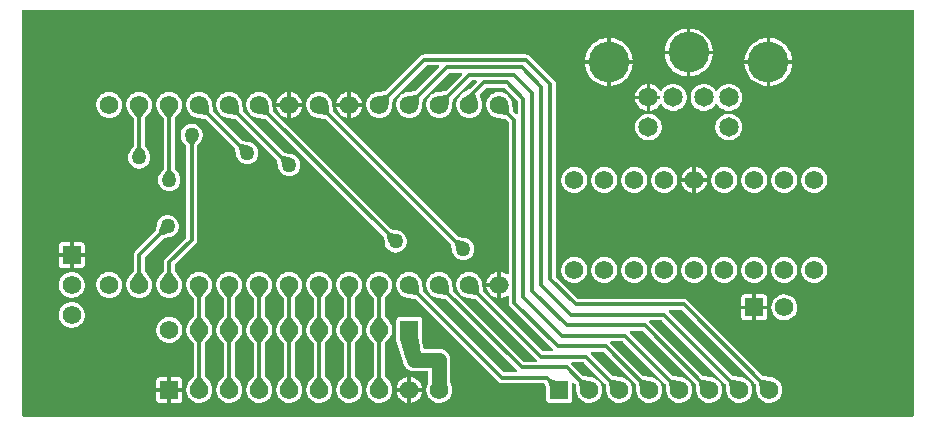
<source format=gbl>
G04 Layer: BottomLayer*
G04 EasyEDA v6.5.39, 2024-02-04 18:14:41*
G04 2f83d60dcc7a4208ae63cd86e36a5a3b,5509f98a9368439c9cde498926e245b9,10*
G04 Gerber Generator version 0.2*
G04 Scale: 100 percent, Rotated: No, Reflected: No *
G04 Dimensions in inches *
G04 leading zeros omitted , absolute positions ,3 integer and 6 decimal *
%FSLAX36Y36*%
%MOIN*%

%ADD10C,0.0120*%
%ADD11C,0.0500*%
%ADD12C,0.0620*%
%ADD13R,0.0620X0.0620*%
%ADD14C,0.0650*%
%ADD15C,0.1358*%
%ADD16R,0.0620X0.0630*%
%ADD17R,0.0146X0.0630*%

%LPD*%
G36*
X14200Y10200D02*
G01*
X12660Y10500D01*
X11379Y11379D01*
X10500Y12660D01*
X10200Y14200D01*
X10200Y1363740D01*
X10500Y1365280D01*
X11379Y1366579D01*
X12660Y1367440D01*
X14200Y1367740D01*
X2977919Y1367740D01*
X2979440Y1367440D01*
X2980740Y1366579D01*
X2981620Y1365280D01*
X2981920Y1363740D01*
X2981920Y14200D01*
X2981620Y12660D01*
X2980740Y11379D01*
X2979440Y10500D01*
X2977919Y10200D01*
G37*

%LPC*%
G36*
X469200Y56800D02*
G01*
X494000Y56800D01*
X494000Y94000D01*
X456800Y94000D01*
X456800Y69200D01*
X457060Y66620D01*
X457740Y64340D01*
X458880Y62240D01*
X460379Y60380D01*
X462239Y58880D01*
X464340Y57740D01*
X466620Y57060D01*
G37*
G36*
X506000Y56800D02*
G01*
X530800Y56800D01*
X533380Y57060D01*
X535660Y57740D01*
X537760Y58880D01*
X539620Y60380D01*
X541120Y62240D01*
X542260Y64340D01*
X542940Y66620D01*
X543200Y69200D01*
X543200Y94000D01*
X506000Y94000D01*
G37*
G36*
X1769199Y56800D02*
G01*
X1830800Y56800D01*
X1833380Y57060D01*
X1835660Y57740D01*
X1837760Y58880D01*
X1839620Y60380D01*
X1841120Y62240D01*
X1842260Y64340D01*
X1842940Y66620D01*
X1843200Y69200D01*
X1843200Y121400D01*
X1843500Y122940D01*
X1844379Y124240D01*
X1845660Y125100D01*
X1847200Y125399D01*
X1848740Y125100D01*
X1850020Y124240D01*
X1853280Y120980D01*
X1854060Y119880D01*
X1854440Y118600D01*
X1856940Y96720D01*
X1857600Y91760D01*
X1859000Y86380D01*
X1861080Y81260D01*
X1863800Y76440D01*
X1867120Y72000D01*
X1870960Y68020D01*
X1875280Y64580D01*
X1880020Y61700D01*
X1885080Y59460D01*
X1890380Y57900D01*
X1895860Y57000D01*
X1901380Y56840D01*
X1906900Y57360D01*
X1912280Y58600D01*
X1917480Y60500D01*
X1922400Y63060D01*
X1926920Y66240D01*
X1931020Y69960D01*
X1934620Y74160D01*
X1937640Y78800D01*
X1940040Y83800D01*
X1941780Y89040D01*
X1942840Y94480D01*
X1943200Y100000D01*
X1942840Y105520D01*
X1941780Y110960D01*
X1940040Y116199D01*
X1937640Y121199D01*
X1934620Y125840D01*
X1931020Y130040D01*
X1926920Y133760D01*
X1922400Y136940D01*
X1917480Y139500D01*
X1912280Y141400D01*
X1906900Y142640D01*
X1881399Y145560D01*
X1880120Y145940D01*
X1879019Y146720D01*
X1840760Y184980D01*
X1839900Y186260D01*
X1839600Y187800D01*
X1839900Y189340D01*
X1840760Y190620D01*
X1842060Y191500D01*
X1843600Y191800D01*
X1880800Y191800D01*
X1882340Y191500D01*
X1883640Y190620D01*
X1953280Y120980D01*
X1954060Y119880D01*
X1954440Y118600D01*
X1956940Y96720D01*
X1957600Y91760D01*
X1959000Y86380D01*
X1961080Y81260D01*
X1963800Y76440D01*
X1967120Y72000D01*
X1970960Y68020D01*
X1975280Y64580D01*
X1980020Y61700D01*
X1985080Y59460D01*
X1990380Y57900D01*
X1995860Y57000D01*
X2001380Y56840D01*
X2006900Y57360D01*
X2012280Y58600D01*
X2017480Y60500D01*
X2022400Y63060D01*
X2026920Y66240D01*
X2031020Y69960D01*
X2034620Y74160D01*
X2037640Y78800D01*
X2040040Y83800D01*
X2041780Y89040D01*
X2042840Y94480D01*
X2043200Y100000D01*
X2042840Y105520D01*
X2041780Y110960D01*
X2040040Y116199D01*
X2037640Y121199D01*
X2034620Y125840D01*
X2031020Y130040D01*
X2026920Y133760D01*
X2022400Y136940D01*
X2017480Y139500D01*
X2012280Y141400D01*
X2006900Y142640D01*
X1981399Y145560D01*
X1980120Y145940D01*
X1979019Y146720D01*
X1905760Y219980D01*
X1904900Y221260D01*
X1904600Y222800D01*
X1904900Y224340D01*
X1905760Y225620D01*
X1907060Y226500D01*
X1908600Y226800D01*
X1945800Y226800D01*
X1947340Y226500D01*
X1948640Y225620D01*
X2053280Y120980D01*
X2054060Y119880D01*
X2054440Y118600D01*
X2056940Y96720D01*
X2057600Y91760D01*
X2059000Y86380D01*
X2061080Y81260D01*
X2063800Y76440D01*
X2067120Y72000D01*
X2070960Y68020D01*
X2075280Y64580D01*
X2080020Y61700D01*
X2085080Y59460D01*
X2090380Y57900D01*
X2095860Y57000D01*
X2101380Y56840D01*
X2106900Y57360D01*
X2112280Y58600D01*
X2117480Y60500D01*
X2122400Y63060D01*
X2126920Y66240D01*
X2131020Y69960D01*
X2134620Y74160D01*
X2137640Y78800D01*
X2140040Y83800D01*
X2141780Y89040D01*
X2142840Y94480D01*
X2143200Y100000D01*
X2142840Y105520D01*
X2141780Y110960D01*
X2140040Y116199D01*
X2137640Y121199D01*
X2134620Y125840D01*
X2131020Y130040D01*
X2126920Y133760D01*
X2122400Y136940D01*
X2117480Y139500D01*
X2112280Y141400D01*
X2106900Y142640D01*
X2081399Y145560D01*
X2080120Y145940D01*
X2079019Y146720D01*
X1970760Y254980D01*
X1969900Y256260D01*
X1969600Y257800D01*
X1969900Y259340D01*
X1970760Y260620D01*
X1972060Y261500D01*
X1973600Y261800D01*
X2010800Y261800D01*
X2012340Y261500D01*
X2013640Y260620D01*
X2153280Y120980D01*
X2154060Y119880D01*
X2154440Y118600D01*
X2156940Y96720D01*
X2157600Y91760D01*
X2159000Y86380D01*
X2161080Y81260D01*
X2163800Y76440D01*
X2167120Y72000D01*
X2170960Y68020D01*
X2175280Y64580D01*
X2180020Y61700D01*
X2185080Y59460D01*
X2190380Y57900D01*
X2195860Y57000D01*
X2201380Y56840D01*
X2206900Y57360D01*
X2212280Y58600D01*
X2217480Y60500D01*
X2222400Y63060D01*
X2226920Y66240D01*
X2231020Y69960D01*
X2234620Y74160D01*
X2237640Y78800D01*
X2240040Y83800D01*
X2241780Y89040D01*
X2242840Y94480D01*
X2243200Y100000D01*
X2242840Y105520D01*
X2241780Y110960D01*
X2240040Y116199D01*
X2237640Y121199D01*
X2234620Y125840D01*
X2231020Y130040D01*
X2226920Y133760D01*
X2222400Y136940D01*
X2217480Y139500D01*
X2212280Y141400D01*
X2206900Y142640D01*
X2181400Y145560D01*
X2180120Y145940D01*
X2179020Y146720D01*
X2035760Y289980D01*
X2034900Y291260D01*
X2034600Y292800D01*
X2034900Y294340D01*
X2035760Y295620D01*
X2037060Y296500D01*
X2038600Y296800D01*
X2075800Y296800D01*
X2077340Y296500D01*
X2078640Y295620D01*
X2253280Y120980D01*
X2254060Y119880D01*
X2254440Y118600D01*
X2256940Y96720D01*
X2257600Y91760D01*
X2259000Y86380D01*
X2261080Y81260D01*
X2263800Y76440D01*
X2267120Y72000D01*
X2270960Y68020D01*
X2275280Y64580D01*
X2280020Y61700D01*
X2285080Y59460D01*
X2290380Y57900D01*
X2295860Y57000D01*
X2301380Y56840D01*
X2306900Y57360D01*
X2312280Y58600D01*
X2317480Y60500D01*
X2322400Y63060D01*
X2326920Y66240D01*
X2331020Y69960D01*
X2334620Y74160D01*
X2337640Y78800D01*
X2340040Y83800D01*
X2341780Y89040D01*
X2342840Y94480D01*
X2343200Y100000D01*
X2342840Y105520D01*
X2341780Y110960D01*
X2340040Y116199D01*
X2337640Y121199D01*
X2334620Y125840D01*
X2331020Y130040D01*
X2326920Y133760D01*
X2322400Y136940D01*
X2317480Y139500D01*
X2312280Y141400D01*
X2306900Y142640D01*
X2281400Y145560D01*
X2280120Y145940D01*
X2279020Y146720D01*
X2100760Y324980D01*
X2099900Y326260D01*
X2099600Y327800D01*
X2099900Y329340D01*
X2100760Y330620D01*
X2102060Y331500D01*
X2103600Y331800D01*
X2140800Y331800D01*
X2142340Y331500D01*
X2143640Y330620D01*
X2353280Y120980D01*
X2354060Y119880D01*
X2354440Y118600D01*
X2356940Y96720D01*
X2357600Y91760D01*
X2359000Y86380D01*
X2361080Y81260D01*
X2363800Y76440D01*
X2367120Y72000D01*
X2370960Y68020D01*
X2375280Y64580D01*
X2380020Y61700D01*
X2385080Y59460D01*
X2390380Y57900D01*
X2395860Y57000D01*
X2401380Y56840D01*
X2406900Y57360D01*
X2412280Y58600D01*
X2417480Y60500D01*
X2422400Y63060D01*
X2426920Y66240D01*
X2431020Y69960D01*
X2434620Y74160D01*
X2437640Y78800D01*
X2440040Y83800D01*
X2441780Y89040D01*
X2442840Y94480D01*
X2443200Y100000D01*
X2442840Y105520D01*
X2441780Y110960D01*
X2440040Y116199D01*
X2437640Y121199D01*
X2434620Y125840D01*
X2431020Y130040D01*
X2426920Y133760D01*
X2422400Y136940D01*
X2417480Y139500D01*
X2412280Y141400D01*
X2406900Y142640D01*
X2381400Y145560D01*
X2380120Y145940D01*
X2379020Y146720D01*
X2165760Y359980D01*
X2164900Y361260D01*
X2164600Y362800D01*
X2164900Y364340D01*
X2165760Y365620D01*
X2167060Y366500D01*
X2168600Y366800D01*
X2205800Y366800D01*
X2207340Y366500D01*
X2208640Y365620D01*
X2453280Y120980D01*
X2454060Y119880D01*
X2454440Y118600D01*
X2456940Y96720D01*
X2457600Y91760D01*
X2459000Y86380D01*
X2461080Y81260D01*
X2463800Y76440D01*
X2467120Y72000D01*
X2470960Y68020D01*
X2475280Y64580D01*
X2480020Y61700D01*
X2485080Y59460D01*
X2490380Y57900D01*
X2495860Y57000D01*
X2501380Y56840D01*
X2506900Y57360D01*
X2512280Y58600D01*
X2517480Y60500D01*
X2522400Y63060D01*
X2526920Y66240D01*
X2531020Y69960D01*
X2534620Y74160D01*
X2537640Y78800D01*
X2540040Y83800D01*
X2541780Y89040D01*
X2542840Y94480D01*
X2543200Y100000D01*
X2542840Y105520D01*
X2541780Y110960D01*
X2540040Y116199D01*
X2537640Y121199D01*
X2534620Y125840D01*
X2531020Y130040D01*
X2526920Y133760D01*
X2522400Y136940D01*
X2517480Y139500D01*
X2512280Y141400D01*
X2506900Y142640D01*
X2481400Y145560D01*
X2480120Y145940D01*
X2479020Y146720D01*
X2227360Y398360D01*
X2224580Y400460D01*
X2221560Y401960D01*
X2218340Y402879D01*
X2214820Y403200D01*
X1864199Y403200D01*
X1862660Y403500D01*
X1861360Y404380D01*
X1789379Y476360D01*
X1788500Y477660D01*
X1788200Y479200D01*
X1788180Y1121400D01*
X1787700Y1124860D01*
X1786639Y1128040D01*
X1785000Y1130980D01*
X1782740Y1133700D01*
X1703060Y1213360D01*
X1700280Y1215460D01*
X1697260Y1216960D01*
X1694040Y1217880D01*
X1690520Y1218200D01*
X1349300Y1218180D01*
X1345840Y1217700D01*
X1342660Y1216640D01*
X1339720Y1215000D01*
X1337000Y1212740D01*
X1220980Y1096720D01*
X1219880Y1095940D01*
X1218600Y1095560D01*
X1194540Y1092860D01*
X1189040Y1091780D01*
X1183800Y1090040D01*
X1178800Y1087640D01*
X1174160Y1084620D01*
X1169960Y1081020D01*
X1166240Y1076940D01*
X1163060Y1072400D01*
X1160500Y1067480D01*
X1158600Y1062300D01*
X1157360Y1056900D01*
X1156840Y1051380D01*
X1157000Y1045860D01*
X1157900Y1040380D01*
X1159460Y1035080D01*
X1161700Y1030020D01*
X1164580Y1025300D01*
X1168020Y1020960D01*
X1172000Y1017120D01*
X1176440Y1013800D01*
X1181260Y1011080D01*
X1186380Y1009000D01*
X1191740Y1007600D01*
X1197240Y1006900D01*
X1202760Y1006900D01*
X1208260Y1007600D01*
X1213620Y1009000D01*
X1218740Y1011080D01*
X1223560Y1013800D01*
X1228000Y1017120D01*
X1231980Y1020960D01*
X1235420Y1025300D01*
X1238300Y1030020D01*
X1240540Y1035080D01*
X1242100Y1040380D01*
X1243000Y1045920D01*
X1245560Y1068600D01*
X1245940Y1069880D01*
X1246720Y1070980D01*
X1356360Y1180620D01*
X1357660Y1181500D01*
X1359199Y1181800D01*
X1396399Y1181800D01*
X1397940Y1181500D01*
X1399240Y1180620D01*
X1400100Y1179340D01*
X1400400Y1177800D01*
X1400100Y1176260D01*
X1399240Y1174980D01*
X1320980Y1096720D01*
X1319880Y1095940D01*
X1318600Y1095560D01*
X1294540Y1092860D01*
X1289040Y1091780D01*
X1283800Y1090040D01*
X1278800Y1087640D01*
X1274160Y1084620D01*
X1269960Y1081020D01*
X1266240Y1076940D01*
X1263060Y1072400D01*
X1260500Y1067480D01*
X1258600Y1062300D01*
X1257360Y1056900D01*
X1256840Y1051380D01*
X1257000Y1045860D01*
X1257900Y1040380D01*
X1259460Y1035080D01*
X1261700Y1030020D01*
X1264580Y1025300D01*
X1268020Y1020960D01*
X1272000Y1017120D01*
X1276440Y1013800D01*
X1281260Y1011080D01*
X1286380Y1009000D01*
X1291740Y1007600D01*
X1297240Y1006900D01*
X1302760Y1006900D01*
X1308260Y1007600D01*
X1313620Y1009000D01*
X1318740Y1011080D01*
X1323560Y1013800D01*
X1328000Y1017120D01*
X1331980Y1020960D01*
X1335420Y1025300D01*
X1338300Y1030020D01*
X1340540Y1035080D01*
X1342100Y1040380D01*
X1343000Y1045920D01*
X1345560Y1068600D01*
X1345940Y1069880D01*
X1346720Y1070980D01*
X1431360Y1155620D01*
X1432660Y1156500D01*
X1434199Y1156800D01*
X1471399Y1156800D01*
X1472940Y1156500D01*
X1474240Y1155620D01*
X1475100Y1154340D01*
X1475400Y1152800D01*
X1475100Y1151260D01*
X1474240Y1149980D01*
X1420980Y1096720D01*
X1419880Y1095940D01*
X1418600Y1095560D01*
X1394540Y1092860D01*
X1389040Y1091780D01*
X1383800Y1090040D01*
X1378800Y1087640D01*
X1374160Y1084620D01*
X1369960Y1081020D01*
X1366240Y1076940D01*
X1363060Y1072400D01*
X1360500Y1067480D01*
X1358600Y1062300D01*
X1357360Y1056900D01*
X1356840Y1051380D01*
X1357000Y1045860D01*
X1357900Y1040380D01*
X1359460Y1035080D01*
X1361699Y1030020D01*
X1364580Y1025300D01*
X1368020Y1020960D01*
X1372000Y1017120D01*
X1376440Y1013800D01*
X1381260Y1011080D01*
X1386380Y1009000D01*
X1391740Y1007600D01*
X1397240Y1006900D01*
X1402760Y1006900D01*
X1408260Y1007600D01*
X1413620Y1009000D01*
X1418740Y1011080D01*
X1423560Y1013800D01*
X1428000Y1017120D01*
X1431980Y1020960D01*
X1435420Y1025300D01*
X1438300Y1030020D01*
X1440540Y1035080D01*
X1442100Y1040380D01*
X1443000Y1045920D01*
X1445560Y1068600D01*
X1445940Y1069880D01*
X1446720Y1070980D01*
X1506360Y1130620D01*
X1507660Y1131500D01*
X1509199Y1131800D01*
X1521399Y1131800D01*
X1522940Y1131500D01*
X1524240Y1130620D01*
X1525100Y1129340D01*
X1525400Y1127800D01*
X1525100Y1126260D01*
X1524240Y1124980D01*
X1501060Y1101780D01*
X1500360Y1101240D01*
X1474160Y1084620D01*
X1469960Y1081020D01*
X1466240Y1076940D01*
X1463060Y1072400D01*
X1460500Y1067480D01*
X1458600Y1062300D01*
X1457360Y1056900D01*
X1456840Y1051380D01*
X1457000Y1045860D01*
X1457900Y1040380D01*
X1459460Y1035080D01*
X1461699Y1030020D01*
X1464580Y1025300D01*
X1468020Y1020960D01*
X1472000Y1017120D01*
X1476440Y1013800D01*
X1481260Y1011080D01*
X1486380Y1009000D01*
X1491740Y1007600D01*
X1497240Y1006900D01*
X1502760Y1006900D01*
X1508260Y1007600D01*
X1513620Y1009000D01*
X1518740Y1011080D01*
X1523560Y1013800D01*
X1528000Y1017120D01*
X1531980Y1020960D01*
X1535420Y1025300D01*
X1538300Y1030020D01*
X1540540Y1035080D01*
X1542100Y1040380D01*
X1543000Y1045860D01*
X1543160Y1051380D01*
X1542640Y1056900D01*
X1541399Y1062340D01*
X1540560Y1064820D01*
X1535360Y1081580D01*
X1535180Y1083020D01*
X1535520Y1084420D01*
X1536339Y1085600D01*
X1556360Y1105620D01*
X1557660Y1106500D01*
X1559199Y1106800D01*
X1615800Y1106800D01*
X1617340Y1106500D01*
X1618640Y1105620D01*
X1660620Y1063640D01*
X1661500Y1062340D01*
X1661800Y1060800D01*
X1661800Y1023600D01*
X1661500Y1022060D01*
X1660620Y1020759D01*
X1659340Y1019900D01*
X1657800Y1019599D01*
X1656260Y1019900D01*
X1654980Y1020759D01*
X1646720Y1029020D01*
X1645940Y1030120D01*
X1645560Y1031400D01*
X1643080Y1053120D01*
X1642920Y1054020D01*
X1642640Y1056900D01*
X1641399Y1062300D01*
X1639500Y1067480D01*
X1636940Y1072400D01*
X1633760Y1076940D01*
X1630040Y1081020D01*
X1625840Y1084620D01*
X1621200Y1087640D01*
X1616200Y1090040D01*
X1610960Y1091780D01*
X1605520Y1092840D01*
X1600000Y1093200D01*
X1594480Y1092840D01*
X1589040Y1091780D01*
X1583800Y1090040D01*
X1578800Y1087640D01*
X1574160Y1084620D01*
X1569960Y1081020D01*
X1566240Y1076940D01*
X1563060Y1072400D01*
X1560500Y1067480D01*
X1558600Y1062300D01*
X1557360Y1056900D01*
X1556840Y1051380D01*
X1557000Y1045860D01*
X1557900Y1040380D01*
X1559460Y1035080D01*
X1561699Y1030020D01*
X1564580Y1025300D01*
X1568020Y1020960D01*
X1572000Y1017120D01*
X1576440Y1013800D01*
X1581260Y1011080D01*
X1586380Y1009000D01*
X1591759Y1007600D01*
X1596720Y1006940D01*
X1618600Y1004440D01*
X1619880Y1004060D01*
X1620980Y1003280D01*
X1630620Y993640D01*
X1631500Y992340D01*
X1631800Y990800D01*
X1631800Y488100D01*
X1631440Y486440D01*
X1630420Y485080D01*
X1628920Y484260D01*
X1627220Y484159D01*
X1625620Y484760D01*
X1621200Y487640D01*
X1616200Y490040D01*
X1610960Y491780D01*
X1606000Y492740D01*
X1606000Y456000D01*
X1627800Y456000D01*
X1629340Y455700D01*
X1630620Y454820D01*
X1631500Y453540D01*
X1631800Y452000D01*
X1631800Y448000D01*
X1631500Y446480D01*
X1630620Y445180D01*
X1629340Y444300D01*
X1627800Y444000D01*
X1606000Y444000D01*
X1606000Y407320D01*
X1608260Y407600D01*
X1613620Y409000D01*
X1618740Y411079D01*
X1623560Y413800D01*
X1625400Y415180D01*
X1627020Y415900D01*
X1628760Y415860D01*
X1630340Y415060D01*
X1631420Y413680D01*
X1631800Y411980D01*
X1631819Y389300D01*
X1632300Y385840D01*
X1633360Y382660D01*
X1635000Y379720D01*
X1637260Y377000D01*
X1779240Y235020D01*
X1780100Y233740D01*
X1780400Y232200D01*
X1780100Y230660D01*
X1779240Y229380D01*
X1777940Y228500D01*
X1776399Y228200D01*
X1749199Y228200D01*
X1747660Y228500D01*
X1746360Y229380D01*
X1546720Y429020D01*
X1545940Y430120D01*
X1545560Y431400D01*
X1543080Y453120D01*
X1542920Y454020D01*
X1542640Y456900D01*
X1541399Y462299D01*
X1539500Y467480D01*
X1536940Y472400D01*
X1533760Y476940D01*
X1530040Y481019D01*
X1525840Y484620D01*
X1521200Y487640D01*
X1516200Y490040D01*
X1510960Y491780D01*
X1505520Y492840D01*
X1500000Y493200D01*
X1494480Y492840D01*
X1489040Y491780D01*
X1483800Y490040D01*
X1478800Y487640D01*
X1474160Y484620D01*
X1469960Y481019D01*
X1466240Y476940D01*
X1463060Y472400D01*
X1460500Y467480D01*
X1458600Y462299D01*
X1457360Y456900D01*
X1456840Y451380D01*
X1457000Y445860D01*
X1457900Y440379D01*
X1459460Y435080D01*
X1461699Y430020D01*
X1464580Y425300D01*
X1468020Y420959D01*
X1472000Y417120D01*
X1476440Y413800D01*
X1481260Y411079D01*
X1486380Y409000D01*
X1491759Y407600D01*
X1496720Y406940D01*
X1518600Y404440D01*
X1519880Y404060D01*
X1520980Y403280D01*
X1724240Y200020D01*
X1725100Y198740D01*
X1725400Y197200D01*
X1725100Y195660D01*
X1724240Y194380D01*
X1722940Y193500D01*
X1721399Y193200D01*
X1684199Y193200D01*
X1682660Y193500D01*
X1681360Y194380D01*
X1446720Y429020D01*
X1445940Y430120D01*
X1445560Y431400D01*
X1443080Y453120D01*
X1442920Y454020D01*
X1442640Y456900D01*
X1441399Y462299D01*
X1439500Y467480D01*
X1436940Y472400D01*
X1433760Y476940D01*
X1430040Y481019D01*
X1425840Y484620D01*
X1421200Y487640D01*
X1416200Y490040D01*
X1410960Y491780D01*
X1405520Y492840D01*
X1400000Y493200D01*
X1394480Y492840D01*
X1389040Y491780D01*
X1383800Y490040D01*
X1378800Y487640D01*
X1374160Y484620D01*
X1369960Y481019D01*
X1366240Y476940D01*
X1363060Y472400D01*
X1360500Y467480D01*
X1358600Y462299D01*
X1357360Y456900D01*
X1356840Y451380D01*
X1357000Y445860D01*
X1357900Y440379D01*
X1359460Y435080D01*
X1361699Y430020D01*
X1364580Y425300D01*
X1368020Y420959D01*
X1372000Y417120D01*
X1376440Y413800D01*
X1381260Y411079D01*
X1386380Y409000D01*
X1391759Y407600D01*
X1396720Y406940D01*
X1418600Y404440D01*
X1419880Y404060D01*
X1420980Y403280D01*
X1659240Y165020D01*
X1660100Y163740D01*
X1660400Y162200D01*
X1660100Y160660D01*
X1659240Y159380D01*
X1657940Y158500D01*
X1656399Y158200D01*
X1619199Y158200D01*
X1617660Y158500D01*
X1616360Y159380D01*
X1346720Y429020D01*
X1345940Y430120D01*
X1345560Y431400D01*
X1343080Y453120D01*
X1342920Y454020D01*
X1342640Y456900D01*
X1341399Y462299D01*
X1339500Y467480D01*
X1336940Y472400D01*
X1333760Y476940D01*
X1330040Y481019D01*
X1325840Y484620D01*
X1321200Y487640D01*
X1316200Y490040D01*
X1310960Y491780D01*
X1305520Y492840D01*
X1300000Y493200D01*
X1294480Y492840D01*
X1289040Y491780D01*
X1283800Y490040D01*
X1278800Y487640D01*
X1274160Y484620D01*
X1269960Y481019D01*
X1266240Y476940D01*
X1263060Y472400D01*
X1260500Y467480D01*
X1258600Y462299D01*
X1257360Y456900D01*
X1256840Y451380D01*
X1257000Y445860D01*
X1257900Y440379D01*
X1259460Y435080D01*
X1261700Y430020D01*
X1264580Y425300D01*
X1268020Y420959D01*
X1272000Y417120D01*
X1276440Y413800D01*
X1281260Y411079D01*
X1286380Y409000D01*
X1291759Y407600D01*
X1296720Y406940D01*
X1318600Y404440D01*
X1319880Y404060D01*
X1320980Y403280D01*
X1597640Y126640D01*
X1600420Y124540D01*
X1603440Y123040D01*
X1606660Y122120D01*
X1610180Y121800D01*
X1749259Y121800D01*
X1750860Y121460D01*
X1752220Y120500D01*
X1753040Y119060D01*
X1756600Y108420D01*
X1756800Y107160D01*
X1756800Y69200D01*
X1757060Y66620D01*
X1757740Y64340D01*
X1758880Y62240D01*
X1760380Y60380D01*
X1762240Y58880D01*
X1764340Y57740D01*
X1766620Y57060D01*
G37*
G36*
X901380Y56840D02*
G01*
X906900Y57360D01*
X912280Y58600D01*
X917480Y60500D01*
X922400Y63060D01*
X926919Y66240D01*
X931020Y69960D01*
X934620Y74160D01*
X937640Y78800D01*
X940040Y83800D01*
X941780Y89040D01*
X942840Y94480D01*
X943199Y100000D01*
X942840Y105520D01*
X941780Y110960D01*
X940040Y116199D01*
X937640Y121199D01*
X934580Y125879D01*
X919060Y145360D01*
X918420Y146540D01*
X918199Y147860D01*
X918199Y252140D01*
X918420Y253460D01*
X919060Y254620D01*
X932680Y271740D01*
X936200Y276440D01*
X938920Y281260D01*
X941000Y286380D01*
X942400Y291740D01*
X943100Y297240D01*
X943100Y302760D01*
X942400Y308260D01*
X941000Y313620D01*
X938920Y318740D01*
X936200Y323560D01*
X932680Y328260D01*
X919060Y345360D01*
X918420Y346540D01*
X918199Y347860D01*
X918199Y402140D01*
X918420Y403459D01*
X919060Y404620D01*
X935420Y425300D01*
X938300Y430020D01*
X940540Y435080D01*
X942099Y440379D01*
X943000Y445860D01*
X943160Y451380D01*
X942640Y456900D01*
X941400Y462299D01*
X939500Y467480D01*
X936940Y472400D01*
X933760Y476940D01*
X930040Y481019D01*
X925840Y484620D01*
X921200Y487640D01*
X916200Y490040D01*
X910960Y491780D01*
X905520Y492840D01*
X900000Y493200D01*
X894479Y492840D01*
X889040Y491780D01*
X883800Y490040D01*
X878800Y487640D01*
X874160Y484620D01*
X869960Y481019D01*
X866240Y476940D01*
X863060Y472400D01*
X860500Y467480D01*
X858600Y462299D01*
X857360Y456900D01*
X856840Y451380D01*
X857000Y445860D01*
X857900Y440379D01*
X859460Y435080D01*
X861700Y430020D01*
X864580Y425300D01*
X867300Y421780D01*
X880939Y404620D01*
X881580Y403459D01*
X881800Y402140D01*
X881800Y347860D01*
X881580Y346540D01*
X880939Y345360D01*
X867340Y328260D01*
X866800Y327480D01*
X865380Y325840D01*
X862360Y321200D01*
X859960Y316200D01*
X858220Y310960D01*
X857159Y305520D01*
X856800Y300000D01*
X857159Y294480D01*
X858220Y289040D01*
X859960Y283800D01*
X862360Y278800D01*
X865420Y274120D01*
X880939Y254620D01*
X881580Y253460D01*
X881800Y252140D01*
X881800Y147860D01*
X881580Y146540D01*
X880939Y145360D01*
X867320Y128260D01*
X863800Y123560D01*
X861080Y118740D01*
X859000Y113620D01*
X857600Y108260D01*
X856900Y102760D01*
X856900Y97240D01*
X857600Y91740D01*
X859000Y86380D01*
X861080Y81260D01*
X863800Y76440D01*
X867120Y72000D01*
X870960Y68020D01*
X875280Y64580D01*
X880020Y61700D01*
X885080Y59460D01*
X890380Y57900D01*
X895860Y57000D01*
G37*
G36*
X801380Y56840D02*
G01*
X806900Y57360D01*
X812280Y58600D01*
X817480Y60500D01*
X822400Y63060D01*
X826919Y66240D01*
X831020Y69960D01*
X834620Y74160D01*
X837640Y78800D01*
X840040Y83800D01*
X841780Y89040D01*
X842840Y94480D01*
X843199Y100000D01*
X842840Y105520D01*
X841780Y110960D01*
X840040Y116199D01*
X837640Y121199D01*
X834580Y125879D01*
X819060Y145360D01*
X818420Y146540D01*
X818199Y147860D01*
X818199Y252140D01*
X818420Y253460D01*
X819060Y254620D01*
X832680Y271740D01*
X836200Y276440D01*
X838920Y281260D01*
X841000Y286380D01*
X842400Y291740D01*
X843100Y297240D01*
X843100Y302760D01*
X842400Y308260D01*
X841000Y313620D01*
X838920Y318740D01*
X836200Y323560D01*
X832680Y328260D01*
X819060Y345360D01*
X818420Y346540D01*
X818199Y347860D01*
X818199Y402140D01*
X818420Y403459D01*
X819060Y404620D01*
X835420Y425300D01*
X838300Y430020D01*
X840540Y435080D01*
X842099Y440379D01*
X843000Y445860D01*
X843160Y451380D01*
X842640Y456900D01*
X841400Y462299D01*
X839500Y467480D01*
X836940Y472400D01*
X833760Y476940D01*
X830040Y481019D01*
X825840Y484620D01*
X821200Y487640D01*
X816200Y490040D01*
X810960Y491780D01*
X805520Y492840D01*
X800000Y493200D01*
X794479Y492840D01*
X789040Y491780D01*
X783800Y490040D01*
X778800Y487640D01*
X774160Y484620D01*
X769960Y481019D01*
X766240Y476940D01*
X763060Y472400D01*
X760500Y467480D01*
X758600Y462299D01*
X757360Y456900D01*
X756840Y451380D01*
X757000Y445860D01*
X757900Y440379D01*
X759460Y435080D01*
X761700Y430020D01*
X764580Y425300D01*
X767300Y421780D01*
X780939Y404620D01*
X781580Y403459D01*
X781800Y402140D01*
X781800Y347860D01*
X781580Y346540D01*
X780939Y345360D01*
X767340Y328260D01*
X766800Y327480D01*
X765380Y325840D01*
X762360Y321200D01*
X759960Y316200D01*
X758220Y310960D01*
X757159Y305520D01*
X756800Y300000D01*
X757159Y294480D01*
X758220Y289040D01*
X759960Y283800D01*
X762360Y278800D01*
X765420Y274120D01*
X780939Y254620D01*
X781580Y253460D01*
X781800Y252140D01*
X781800Y147860D01*
X781580Y146540D01*
X780939Y145360D01*
X767320Y128260D01*
X763800Y123560D01*
X761080Y118740D01*
X759000Y113620D01*
X757600Y108260D01*
X756900Y102760D01*
X756900Y97240D01*
X757600Y91740D01*
X759000Y86380D01*
X761080Y81260D01*
X763800Y76440D01*
X767120Y72000D01*
X770960Y68020D01*
X775280Y64580D01*
X780020Y61700D01*
X785080Y59460D01*
X790380Y57900D01*
X795860Y57000D01*
G37*
G36*
X1001380Y56840D02*
G01*
X1006900Y57360D01*
X1012280Y58600D01*
X1017480Y60500D01*
X1022400Y63060D01*
X1026919Y66240D01*
X1031020Y69960D01*
X1034620Y74160D01*
X1037640Y78800D01*
X1040040Y83800D01*
X1041780Y89040D01*
X1042840Y94480D01*
X1043199Y100000D01*
X1042840Y105520D01*
X1041780Y110960D01*
X1040040Y116199D01*
X1037640Y121199D01*
X1034580Y125879D01*
X1019060Y145360D01*
X1018420Y146540D01*
X1018199Y147860D01*
X1018199Y252140D01*
X1018420Y253460D01*
X1019060Y254620D01*
X1032680Y271740D01*
X1036200Y276440D01*
X1038920Y281260D01*
X1041000Y286380D01*
X1042400Y291740D01*
X1043100Y297240D01*
X1043100Y302760D01*
X1042400Y308260D01*
X1041000Y313620D01*
X1038920Y318740D01*
X1036200Y323560D01*
X1032680Y328260D01*
X1019060Y345360D01*
X1018420Y346540D01*
X1018199Y347860D01*
X1018199Y402140D01*
X1018420Y403459D01*
X1019060Y404620D01*
X1035420Y425300D01*
X1038300Y430020D01*
X1040540Y435080D01*
X1042099Y440379D01*
X1043000Y445860D01*
X1043160Y451380D01*
X1042640Y456900D01*
X1041400Y462299D01*
X1039500Y467480D01*
X1036940Y472400D01*
X1033760Y476940D01*
X1030040Y481019D01*
X1025840Y484620D01*
X1021200Y487640D01*
X1016200Y490040D01*
X1010960Y491780D01*
X1005520Y492840D01*
X1000000Y493200D01*
X994479Y492840D01*
X989040Y491780D01*
X983800Y490040D01*
X978800Y487640D01*
X974160Y484620D01*
X969960Y481019D01*
X966240Y476940D01*
X963060Y472400D01*
X960500Y467480D01*
X958600Y462299D01*
X957360Y456900D01*
X956840Y451380D01*
X957000Y445860D01*
X957900Y440379D01*
X959460Y435080D01*
X961700Y430020D01*
X964580Y425300D01*
X967300Y421780D01*
X980939Y404620D01*
X981580Y403459D01*
X981800Y402140D01*
X981800Y347860D01*
X981580Y346540D01*
X980939Y345360D01*
X967340Y328260D01*
X966800Y327480D01*
X965380Y325840D01*
X962360Y321200D01*
X959960Y316200D01*
X958220Y310960D01*
X957159Y305520D01*
X956800Y300000D01*
X957159Y294480D01*
X958220Y289040D01*
X959960Y283800D01*
X962360Y278800D01*
X965420Y274120D01*
X980939Y254620D01*
X981580Y253460D01*
X981800Y252140D01*
X981800Y147860D01*
X981580Y146540D01*
X980939Y145360D01*
X967320Y128260D01*
X963800Y123560D01*
X961080Y118740D01*
X959000Y113620D01*
X957600Y108260D01*
X956900Y102760D01*
X956900Y97240D01*
X957600Y91740D01*
X959000Y86380D01*
X961080Y81260D01*
X963800Y76440D01*
X967120Y72000D01*
X970960Y68020D01*
X975280Y64580D01*
X980020Y61700D01*
X985080Y59460D01*
X990380Y57900D01*
X995860Y57000D01*
G37*
G36*
X1101380Y56840D02*
G01*
X1106900Y57360D01*
X1112280Y58600D01*
X1117480Y60500D01*
X1122400Y63060D01*
X1126920Y66240D01*
X1131020Y69960D01*
X1134620Y74160D01*
X1137640Y78800D01*
X1140040Y83800D01*
X1141780Y89040D01*
X1142840Y94480D01*
X1143200Y100000D01*
X1142840Y105520D01*
X1141780Y110960D01*
X1140040Y116199D01*
X1137640Y121199D01*
X1134580Y125879D01*
X1119060Y145360D01*
X1118420Y146540D01*
X1118200Y147860D01*
X1118200Y252140D01*
X1118420Y253460D01*
X1119060Y254620D01*
X1132680Y271740D01*
X1136200Y276440D01*
X1138920Y281260D01*
X1141000Y286380D01*
X1142400Y291740D01*
X1143100Y297240D01*
X1143100Y302760D01*
X1142400Y308260D01*
X1141000Y313620D01*
X1138920Y318740D01*
X1136200Y323560D01*
X1132680Y328260D01*
X1119060Y345360D01*
X1118420Y346540D01*
X1118200Y347860D01*
X1118200Y402140D01*
X1118420Y403459D01*
X1119060Y404620D01*
X1135420Y425300D01*
X1138300Y430020D01*
X1140540Y435080D01*
X1142100Y440379D01*
X1143000Y445860D01*
X1143160Y451380D01*
X1142640Y456900D01*
X1141400Y462299D01*
X1139500Y467480D01*
X1136940Y472400D01*
X1133760Y476940D01*
X1130040Y481019D01*
X1125840Y484620D01*
X1121200Y487640D01*
X1116200Y490040D01*
X1110960Y491780D01*
X1105520Y492840D01*
X1100000Y493200D01*
X1094480Y492840D01*
X1089040Y491780D01*
X1083800Y490040D01*
X1078800Y487640D01*
X1074160Y484620D01*
X1069960Y481019D01*
X1066240Y476940D01*
X1063060Y472400D01*
X1060500Y467480D01*
X1058600Y462299D01*
X1057360Y456900D01*
X1056840Y451380D01*
X1057000Y445860D01*
X1057900Y440379D01*
X1059460Y435080D01*
X1061700Y430020D01*
X1064580Y425300D01*
X1067300Y421780D01*
X1080940Y404620D01*
X1081580Y403459D01*
X1081800Y402140D01*
X1081800Y347860D01*
X1081580Y346540D01*
X1080940Y345360D01*
X1067340Y328260D01*
X1066800Y327480D01*
X1065380Y325840D01*
X1062360Y321200D01*
X1059960Y316200D01*
X1058220Y310960D01*
X1057160Y305520D01*
X1056800Y300000D01*
X1057160Y294480D01*
X1058220Y289040D01*
X1059960Y283800D01*
X1062360Y278800D01*
X1065420Y274120D01*
X1080940Y254620D01*
X1081580Y253460D01*
X1081800Y252140D01*
X1081800Y147860D01*
X1081580Y146540D01*
X1080940Y145360D01*
X1067320Y128260D01*
X1063800Y123560D01*
X1061080Y118740D01*
X1059000Y113620D01*
X1057600Y108260D01*
X1056900Y102760D01*
X1056900Y97240D01*
X1057600Y91740D01*
X1059000Y86380D01*
X1061080Y81260D01*
X1063800Y76440D01*
X1067120Y72000D01*
X1070960Y68020D01*
X1075280Y64580D01*
X1080020Y61700D01*
X1085080Y59460D01*
X1090380Y57900D01*
X1095860Y57000D01*
G37*
G36*
X601380Y56840D02*
G01*
X606900Y57360D01*
X612280Y58600D01*
X617480Y60500D01*
X622400Y63060D01*
X626920Y66240D01*
X631020Y69960D01*
X634620Y74160D01*
X637640Y78800D01*
X640040Y83800D01*
X641780Y89040D01*
X642840Y94480D01*
X643199Y100000D01*
X642840Y105520D01*
X641780Y110960D01*
X640040Y116199D01*
X637640Y121199D01*
X634580Y125879D01*
X619060Y145360D01*
X618420Y146540D01*
X618200Y147860D01*
X618200Y252140D01*
X618420Y253460D01*
X619060Y254620D01*
X632680Y271740D01*
X636200Y276440D01*
X638920Y281260D01*
X641000Y286380D01*
X642400Y291740D01*
X643100Y297240D01*
X643100Y302760D01*
X642400Y308260D01*
X641000Y313620D01*
X638920Y318740D01*
X636200Y323560D01*
X632680Y328260D01*
X619060Y345360D01*
X618420Y346540D01*
X618200Y347860D01*
X618200Y402140D01*
X618420Y403459D01*
X619060Y404620D01*
X635420Y425300D01*
X638300Y430020D01*
X640540Y435080D01*
X642099Y440379D01*
X643000Y445860D01*
X643160Y451380D01*
X642640Y456900D01*
X641400Y462299D01*
X639500Y467480D01*
X636940Y472400D01*
X633760Y476940D01*
X630040Y481019D01*
X625840Y484620D01*
X621200Y487640D01*
X616200Y490040D01*
X610960Y491780D01*
X605520Y492840D01*
X600000Y493200D01*
X594480Y492840D01*
X589040Y491780D01*
X583800Y490040D01*
X578800Y487640D01*
X574160Y484620D01*
X569960Y481019D01*
X566240Y476940D01*
X563060Y472400D01*
X560500Y467480D01*
X558600Y462299D01*
X557360Y456900D01*
X556840Y451380D01*
X557000Y445860D01*
X557900Y440379D01*
X559460Y435080D01*
X561700Y430020D01*
X564580Y425300D01*
X567300Y421780D01*
X580940Y404620D01*
X581580Y403459D01*
X581800Y402140D01*
X581800Y347860D01*
X581580Y346540D01*
X580940Y345360D01*
X567340Y328260D01*
X566800Y327480D01*
X565380Y325840D01*
X562360Y321200D01*
X559960Y316200D01*
X558220Y310960D01*
X557160Y305520D01*
X556800Y300000D01*
X557160Y294480D01*
X558220Y289040D01*
X559960Y283800D01*
X562360Y278800D01*
X565420Y274120D01*
X580940Y254620D01*
X581580Y253460D01*
X581800Y252140D01*
X581800Y147860D01*
X581580Y146540D01*
X580940Y145360D01*
X567320Y128260D01*
X563800Y123560D01*
X561080Y118740D01*
X559000Y113620D01*
X557600Y108260D01*
X556900Y102760D01*
X556900Y97240D01*
X557600Y91740D01*
X559000Y86380D01*
X561080Y81260D01*
X563800Y76440D01*
X567120Y72000D01*
X570960Y68020D01*
X575280Y64580D01*
X580020Y61700D01*
X585080Y59460D01*
X590380Y57900D01*
X595860Y57000D01*
G37*
G36*
X701380Y56840D02*
G01*
X706900Y57360D01*
X712280Y58600D01*
X717480Y60500D01*
X722400Y63060D01*
X726919Y66240D01*
X731020Y69960D01*
X734620Y74160D01*
X737640Y78800D01*
X740040Y83800D01*
X741780Y89040D01*
X742840Y94480D01*
X743199Y100000D01*
X742840Y105520D01*
X741780Y110960D01*
X740040Y116199D01*
X737640Y121199D01*
X734580Y125879D01*
X719060Y145360D01*
X718420Y146540D01*
X718199Y147860D01*
X718199Y252140D01*
X718420Y253460D01*
X719060Y254620D01*
X732680Y271740D01*
X736200Y276440D01*
X738920Y281260D01*
X741000Y286380D01*
X742400Y291740D01*
X743100Y297240D01*
X743100Y302760D01*
X742400Y308260D01*
X741000Y313620D01*
X738920Y318740D01*
X736200Y323560D01*
X732680Y328260D01*
X719060Y345360D01*
X718420Y346540D01*
X718199Y347860D01*
X718199Y402140D01*
X718420Y403459D01*
X719060Y404620D01*
X735420Y425300D01*
X738300Y430020D01*
X740540Y435080D01*
X742099Y440379D01*
X743000Y445860D01*
X743160Y451380D01*
X742640Y456900D01*
X741400Y462299D01*
X739500Y467480D01*
X736940Y472400D01*
X733760Y476940D01*
X730040Y481019D01*
X725840Y484620D01*
X721200Y487640D01*
X716200Y490040D01*
X710960Y491780D01*
X705520Y492840D01*
X700000Y493200D01*
X694479Y492840D01*
X689040Y491780D01*
X683800Y490040D01*
X678800Y487640D01*
X674160Y484620D01*
X669960Y481019D01*
X666240Y476940D01*
X663060Y472400D01*
X660500Y467480D01*
X658600Y462299D01*
X657360Y456900D01*
X656840Y451380D01*
X657000Y445860D01*
X657900Y440379D01*
X659460Y435080D01*
X661700Y430020D01*
X664580Y425300D01*
X667300Y421780D01*
X680939Y404620D01*
X681580Y403459D01*
X681800Y402140D01*
X681800Y347860D01*
X681580Y346540D01*
X680939Y345360D01*
X667340Y328260D01*
X666800Y327480D01*
X665380Y325840D01*
X662360Y321200D01*
X659960Y316200D01*
X658220Y310960D01*
X657159Y305520D01*
X656800Y300000D01*
X657159Y294480D01*
X658220Y289040D01*
X659960Y283800D01*
X662360Y278800D01*
X665420Y274120D01*
X680939Y254620D01*
X681580Y253460D01*
X681800Y252140D01*
X681800Y147860D01*
X681580Y146540D01*
X680939Y145360D01*
X667320Y128260D01*
X663800Y123560D01*
X661080Y118740D01*
X659000Y113620D01*
X657600Y108260D01*
X656900Y102760D01*
X656900Y97240D01*
X657600Y91740D01*
X659000Y86380D01*
X661080Y81260D01*
X663800Y76440D01*
X667120Y72000D01*
X670960Y68020D01*
X675280Y64580D01*
X680020Y61700D01*
X685080Y59460D01*
X690380Y57900D01*
X695860Y57000D01*
G37*
G36*
X1201380Y56840D02*
G01*
X1206900Y57360D01*
X1212280Y58600D01*
X1217480Y60500D01*
X1222400Y63060D01*
X1226920Y66240D01*
X1231020Y69960D01*
X1234620Y74160D01*
X1237640Y78800D01*
X1240040Y83800D01*
X1241780Y89040D01*
X1242840Y94480D01*
X1243200Y100000D01*
X1242840Y105520D01*
X1241780Y110960D01*
X1240040Y116199D01*
X1237640Y121199D01*
X1234580Y125879D01*
X1219060Y145360D01*
X1218420Y146540D01*
X1218200Y147860D01*
X1218200Y252140D01*
X1218420Y253460D01*
X1219060Y254620D01*
X1232680Y271740D01*
X1236200Y276440D01*
X1238920Y281260D01*
X1241000Y286380D01*
X1242400Y291740D01*
X1243100Y297240D01*
X1243100Y302760D01*
X1242400Y308260D01*
X1241000Y313620D01*
X1238920Y318740D01*
X1236200Y323560D01*
X1232680Y328260D01*
X1219060Y345360D01*
X1218420Y346540D01*
X1218200Y347860D01*
X1218200Y402140D01*
X1218420Y403459D01*
X1219060Y404620D01*
X1235420Y425300D01*
X1238300Y430020D01*
X1240540Y435080D01*
X1242100Y440379D01*
X1243000Y445860D01*
X1243160Y451380D01*
X1242640Y456900D01*
X1241400Y462299D01*
X1239500Y467480D01*
X1236940Y472400D01*
X1233760Y476940D01*
X1230040Y481019D01*
X1225840Y484620D01*
X1221200Y487640D01*
X1216200Y490040D01*
X1210960Y491780D01*
X1205520Y492840D01*
X1200000Y493200D01*
X1194480Y492840D01*
X1189040Y491780D01*
X1183800Y490040D01*
X1178800Y487640D01*
X1174160Y484620D01*
X1169960Y481019D01*
X1166240Y476940D01*
X1163060Y472400D01*
X1160500Y467480D01*
X1158600Y462299D01*
X1157360Y456900D01*
X1156840Y451380D01*
X1157000Y445860D01*
X1157900Y440379D01*
X1159460Y435080D01*
X1161700Y430020D01*
X1164580Y425300D01*
X1167300Y421780D01*
X1180940Y404620D01*
X1181580Y403459D01*
X1181800Y402140D01*
X1181800Y347860D01*
X1181580Y346540D01*
X1180940Y345360D01*
X1167340Y328260D01*
X1166800Y327480D01*
X1165380Y325840D01*
X1162360Y321200D01*
X1159960Y316200D01*
X1158220Y310960D01*
X1157160Y305520D01*
X1156800Y300000D01*
X1157160Y294480D01*
X1158220Y289040D01*
X1159960Y283800D01*
X1162360Y278800D01*
X1165420Y274120D01*
X1180940Y254620D01*
X1181580Y253460D01*
X1181800Y252140D01*
X1181800Y147860D01*
X1181580Y146540D01*
X1180940Y145360D01*
X1167320Y128260D01*
X1163800Y123560D01*
X1161080Y118740D01*
X1159000Y113620D01*
X1157600Y108260D01*
X1156900Y102760D01*
X1156900Y97240D01*
X1157600Y91740D01*
X1159000Y86380D01*
X1161080Y81260D01*
X1163800Y76440D01*
X1167120Y72000D01*
X1170960Y68020D01*
X1175280Y64580D01*
X1180020Y61700D01*
X1185080Y59460D01*
X1190380Y57900D01*
X1195860Y57000D01*
G37*
G36*
X1401380Y56840D02*
G01*
X1406900Y57360D01*
X1412280Y58600D01*
X1417480Y60500D01*
X1422400Y63060D01*
X1426920Y66240D01*
X1431020Y69960D01*
X1434620Y74160D01*
X1437640Y78800D01*
X1440040Y83800D01*
X1441780Y89040D01*
X1442840Y94480D01*
X1443200Y100000D01*
X1442840Y105520D01*
X1441780Y110960D01*
X1440040Y116199D01*
X1437600Y121280D01*
X1437200Y123000D01*
X1437200Y199940D01*
X1437120Y202540D01*
X1436860Y205060D01*
X1436420Y207560D01*
X1435820Y210040D01*
X1435040Y212460D01*
X1434120Y214820D01*
X1433020Y217120D01*
X1431780Y219320D01*
X1430380Y221460D01*
X1428860Y223480D01*
X1427180Y225380D01*
X1425380Y227180D01*
X1423480Y228860D01*
X1421459Y230380D01*
X1419319Y231780D01*
X1417120Y233020D01*
X1414820Y234120D01*
X1412460Y235040D01*
X1410040Y235820D01*
X1407560Y236420D01*
X1405060Y236860D01*
X1402540Y237120D01*
X1399940Y237200D01*
X1351020Y237200D01*
X1349620Y237460D01*
X1348380Y238180D01*
X1347500Y239300D01*
X1347060Y240660D01*
X1343200Y269600D01*
X1343200Y331300D01*
X1342940Y333880D01*
X1342260Y336160D01*
X1341120Y338260D01*
X1339620Y340100D01*
X1337760Y341620D01*
X1335660Y342740D01*
X1333380Y343440D01*
X1330800Y343700D01*
X1269200Y343700D01*
X1266620Y343440D01*
X1264340Y342740D01*
X1262240Y341620D01*
X1260380Y340100D01*
X1258880Y338260D01*
X1257740Y336160D01*
X1257060Y333880D01*
X1256800Y331300D01*
X1256800Y268700D01*
X1257060Y266020D01*
X1277700Y197600D01*
X1278580Y192420D01*
X1279320Y189500D01*
X1279940Y187560D01*
X1281080Y184740D01*
X1281960Y182900D01*
X1283480Y180260D01*
X1284600Y178560D01*
X1286459Y176160D01*
X1287800Y174620D01*
X1289960Y172480D01*
X1291500Y171160D01*
X1293940Y169340D01*
X1295660Y168240D01*
X1298320Y166759D01*
X1300160Y165900D01*
X1303000Y164800D01*
X1304940Y164180D01*
X1307900Y163480D01*
X1309920Y163160D01*
X1312940Y162860D01*
X1315060Y162800D01*
X1358800Y162800D01*
X1360340Y162500D01*
X1361620Y161620D01*
X1362500Y160340D01*
X1362800Y158800D01*
X1362800Y122840D01*
X1362660Y121820D01*
X1362280Y120879D01*
X1361080Y118740D01*
X1359000Y113620D01*
X1357600Y108260D01*
X1356900Y102760D01*
X1356900Y97240D01*
X1357600Y91740D01*
X1359000Y86380D01*
X1361080Y81260D01*
X1363800Y76440D01*
X1367120Y72000D01*
X1370960Y68020D01*
X1375280Y64580D01*
X1380020Y61700D01*
X1385080Y59460D01*
X1390380Y57900D01*
X1395860Y57000D01*
G37*
G36*
X1306000Y57280D02*
G01*
X1306900Y57360D01*
X1312280Y58600D01*
X1317480Y60500D01*
X1322400Y63060D01*
X1326920Y66240D01*
X1331020Y69960D01*
X1334620Y74160D01*
X1337640Y78800D01*
X1340040Y83800D01*
X1341780Y89040D01*
X1342740Y94000D01*
X1306000Y94000D01*
G37*
G36*
X1294000Y57300D02*
G01*
X1294000Y94000D01*
X1257320Y94000D01*
X1257600Y91740D01*
X1259000Y86380D01*
X1261080Y81260D01*
X1263800Y76440D01*
X1267120Y72000D01*
X1270960Y68020D01*
X1275280Y64580D01*
X1280020Y61700D01*
X1285080Y59460D01*
X1290380Y57900D01*
G37*
G36*
X1257320Y106000D02*
G01*
X1294000Y106000D01*
X1294000Y142700D01*
X1290380Y142100D01*
X1285080Y140540D01*
X1280020Y138300D01*
X1275280Y135420D01*
X1270960Y131980D01*
X1267120Y128000D01*
X1263800Y123560D01*
X1261080Y118740D01*
X1259000Y113620D01*
X1257600Y108260D01*
G37*
G36*
X1306000Y106000D02*
G01*
X1342740Y106000D01*
X1341780Y110960D01*
X1340040Y116199D01*
X1337640Y121199D01*
X1334620Y125840D01*
X1331020Y130040D01*
X1326920Y133760D01*
X1322400Y136940D01*
X1317480Y139500D01*
X1312280Y141400D01*
X1306900Y142640D01*
X1306000Y142720D01*
G37*
G36*
X456800Y106000D02*
G01*
X494000Y106000D01*
X494000Y143200D01*
X469200Y143200D01*
X466620Y142940D01*
X464340Y142260D01*
X462239Y141120D01*
X460379Y139620D01*
X458880Y137760D01*
X457740Y135660D01*
X457060Y133380D01*
X456800Y130800D01*
G37*
G36*
X506000Y106000D02*
G01*
X543200Y106000D01*
X543200Y130800D01*
X542940Y133380D01*
X542260Y135660D01*
X541120Y137760D01*
X539620Y139620D01*
X537760Y141120D01*
X535660Y142260D01*
X533380Y142940D01*
X530800Y143200D01*
X506000Y143200D01*
G37*
G36*
X498620Y256840D02*
G01*
X504140Y257000D01*
X509620Y257900D01*
X514920Y259460D01*
X519980Y261700D01*
X524720Y264580D01*
X529040Y268020D01*
X532880Y272000D01*
X536200Y276440D01*
X538920Y281260D01*
X541000Y286380D01*
X542400Y291740D01*
X543100Y297240D01*
X543100Y302760D01*
X542400Y308260D01*
X541000Y313620D01*
X538920Y318740D01*
X536200Y323560D01*
X532880Y328000D01*
X529040Y331980D01*
X524720Y335420D01*
X519980Y338300D01*
X514920Y340540D01*
X509620Y342100D01*
X504140Y343000D01*
X498620Y343160D01*
X493100Y342640D01*
X487720Y341400D01*
X482520Y339500D01*
X477600Y336940D01*
X473080Y333760D01*
X468980Y330040D01*
X465379Y325840D01*
X462360Y321200D01*
X459960Y316200D01*
X458220Y310960D01*
X457160Y305520D01*
X456800Y300000D01*
X457160Y294480D01*
X458220Y289040D01*
X459960Y283800D01*
X462360Y278800D01*
X465379Y274160D01*
X468980Y269960D01*
X473080Y266240D01*
X477600Y263060D01*
X482520Y260500D01*
X487720Y258600D01*
X493100Y257360D01*
G37*
G36*
X175000Y306800D02*
G01*
X180520Y307160D01*
X185960Y308220D01*
X191200Y309960D01*
X196200Y312360D01*
X200840Y315380D01*
X205040Y318980D01*
X208760Y323080D01*
X211940Y327600D01*
X214500Y332520D01*
X216400Y337720D01*
X217640Y343100D01*
X218160Y348620D01*
X218000Y354140D01*
X217100Y359620D01*
X215539Y364920D01*
X213299Y369980D01*
X210420Y374720D01*
X206980Y379040D01*
X203000Y382879D01*
X198560Y386200D01*
X193740Y388920D01*
X188619Y391000D01*
X183260Y392400D01*
X177760Y393100D01*
X172240Y393100D01*
X166740Y392400D01*
X161380Y391000D01*
X156260Y388920D01*
X151440Y386200D01*
X147000Y382879D01*
X143020Y379040D01*
X139580Y374720D01*
X136700Y369980D01*
X134460Y364920D01*
X132900Y359620D01*
X132000Y354140D01*
X131840Y348620D01*
X132360Y343100D01*
X133600Y337720D01*
X135500Y332520D01*
X138060Y327600D01*
X141240Y323080D01*
X144960Y318980D01*
X149160Y315380D01*
X153800Y312360D01*
X158800Y309960D01*
X164040Y308220D01*
X169480Y307160D01*
G37*
G36*
X2456000Y331800D02*
G01*
X2480800Y331800D01*
X2483380Y332060D01*
X2485660Y332740D01*
X2487760Y333880D01*
X2489620Y335379D01*
X2491120Y337239D01*
X2492260Y339340D01*
X2492940Y341620D01*
X2493200Y344200D01*
X2493200Y369000D01*
X2456000Y369000D01*
G37*
G36*
X2419200Y331800D02*
G01*
X2444000Y331800D01*
X2444000Y369000D01*
X2406800Y369000D01*
X2406800Y344200D01*
X2407060Y341620D01*
X2407740Y339340D01*
X2408880Y337239D01*
X2410380Y335379D01*
X2412240Y333880D01*
X2414340Y332740D01*
X2416620Y332060D01*
G37*
G36*
X2551380Y331840D02*
G01*
X2556900Y332360D01*
X2562280Y333600D01*
X2567480Y335500D01*
X2572400Y338060D01*
X2576920Y341240D01*
X2581019Y344960D01*
X2584620Y349159D01*
X2587640Y353800D01*
X2590040Y358800D01*
X2591780Y364040D01*
X2592840Y369480D01*
X2593200Y375000D01*
X2592840Y380520D01*
X2591780Y385959D01*
X2590040Y391200D01*
X2587640Y396200D01*
X2584620Y400840D01*
X2581019Y405040D01*
X2576920Y408760D01*
X2572400Y411940D01*
X2567480Y414500D01*
X2562280Y416400D01*
X2556900Y417640D01*
X2551380Y418160D01*
X2545860Y418000D01*
X2540380Y417100D01*
X2535080Y415540D01*
X2530020Y413300D01*
X2525280Y410420D01*
X2520960Y406980D01*
X2517120Y403000D01*
X2513800Y398560D01*
X2511080Y393740D01*
X2509000Y388620D01*
X2507600Y383260D01*
X2506900Y377760D01*
X2506900Y372239D01*
X2507600Y366740D01*
X2509000Y361380D01*
X2511080Y356260D01*
X2513800Y351440D01*
X2517120Y347000D01*
X2520960Y343020D01*
X2525280Y339580D01*
X2530020Y336700D01*
X2535080Y334460D01*
X2540380Y332900D01*
X2545860Y332000D01*
G37*
G36*
X2456000Y381000D02*
G01*
X2493200Y381000D01*
X2493200Y405800D01*
X2492940Y408380D01*
X2492260Y410660D01*
X2491120Y412760D01*
X2489620Y414620D01*
X2487760Y416120D01*
X2485660Y417260D01*
X2483380Y417939D01*
X2480800Y418200D01*
X2456000Y418200D01*
G37*
G36*
X2406800Y381000D02*
G01*
X2444000Y381000D01*
X2444000Y418200D01*
X2419200Y418200D01*
X2416620Y417939D01*
X2414340Y417260D01*
X2412240Y416120D01*
X2410380Y414620D01*
X2408880Y412760D01*
X2407740Y410660D01*
X2407060Y408380D01*
X2406800Y405800D01*
G37*
G36*
X175000Y406800D02*
G01*
X180520Y407160D01*
X185960Y408220D01*
X191200Y409960D01*
X196200Y412360D01*
X200840Y415379D01*
X205040Y418980D01*
X208760Y423080D01*
X211940Y427600D01*
X214500Y432520D01*
X216400Y437720D01*
X217640Y443100D01*
X218160Y448620D01*
X218000Y454140D01*
X217100Y459620D01*
X215539Y464920D01*
X213299Y469980D01*
X210420Y474720D01*
X206980Y479040D01*
X203000Y482879D01*
X198560Y486200D01*
X193740Y488920D01*
X188619Y491000D01*
X183260Y492400D01*
X177760Y493100D01*
X172240Y493100D01*
X166740Y492400D01*
X161380Y491000D01*
X156260Y488920D01*
X151440Y486200D01*
X147000Y482879D01*
X143020Y479040D01*
X139580Y474720D01*
X136700Y469980D01*
X134460Y464920D01*
X132900Y459620D01*
X132000Y454140D01*
X131840Y448620D01*
X132360Y443100D01*
X133600Y437720D01*
X135500Y432520D01*
X138060Y427600D01*
X141240Y423080D01*
X144960Y418980D01*
X149160Y415379D01*
X153800Y412360D01*
X158800Y409960D01*
X164040Y408220D01*
X169480Y407160D01*
G37*
G36*
X297240Y406900D02*
G01*
X302760Y406900D01*
X308260Y407600D01*
X313620Y409000D01*
X318740Y411079D01*
X323560Y413800D01*
X328000Y417120D01*
X331980Y420959D01*
X335420Y425280D01*
X338300Y430020D01*
X340540Y435080D01*
X342100Y440379D01*
X343000Y445860D01*
X343160Y451380D01*
X342640Y456900D01*
X341400Y462280D01*
X339500Y467480D01*
X336940Y472400D01*
X333760Y476920D01*
X330040Y481019D01*
X325840Y484620D01*
X321200Y487640D01*
X316200Y490040D01*
X310960Y491780D01*
X305520Y492840D01*
X300000Y493200D01*
X294480Y492840D01*
X289040Y491780D01*
X283800Y490040D01*
X278800Y487640D01*
X274160Y484620D01*
X269960Y481019D01*
X266240Y476920D01*
X263060Y472400D01*
X260500Y467480D01*
X258600Y462280D01*
X257360Y456900D01*
X256840Y451380D01*
X257000Y445860D01*
X257900Y440379D01*
X259460Y435080D01*
X261700Y430020D01*
X264580Y425280D01*
X268020Y420959D01*
X272000Y417120D01*
X276440Y413800D01*
X281260Y411079D01*
X286380Y409000D01*
X291740Y407600D01*
G37*
G36*
X397239Y406900D02*
G01*
X402760Y406900D01*
X408260Y407600D01*
X413620Y409000D01*
X418740Y411079D01*
X423560Y413800D01*
X428000Y417120D01*
X431980Y420959D01*
X435420Y425300D01*
X438300Y430020D01*
X440540Y435080D01*
X442100Y440379D01*
X443000Y445860D01*
X443160Y451380D01*
X442640Y456900D01*
X441400Y462299D01*
X439500Y467480D01*
X436940Y472400D01*
X433720Y477000D01*
X419060Y495360D01*
X418420Y496540D01*
X418200Y497860D01*
X418200Y540800D01*
X418500Y542340D01*
X419380Y543640D01*
X480080Y604340D01*
X481079Y605060D01*
X482280Y605460D01*
X502560Y608580D01*
X507460Y609960D01*
X512120Y611980D01*
X516440Y614620D01*
X520379Y617820D01*
X523840Y621520D01*
X526780Y625680D01*
X529120Y630180D01*
X530820Y634960D01*
X531840Y639940D01*
X532200Y645000D01*
X531840Y650060D01*
X530820Y655040D01*
X529120Y659820D01*
X526780Y664320D01*
X523840Y668480D01*
X520379Y672180D01*
X516440Y675380D01*
X512120Y678020D01*
X507460Y680040D01*
X502560Y681420D01*
X497540Y682099D01*
X492460Y682099D01*
X487440Y681420D01*
X482540Y680040D01*
X477879Y678020D01*
X473560Y675380D01*
X469620Y672180D01*
X466160Y668480D01*
X463220Y664320D01*
X460880Y659820D01*
X459180Y655040D01*
X458140Y650020D01*
X458000Y648460D01*
X455460Y632280D01*
X455060Y631080D01*
X454340Y630080D01*
X386640Y562360D01*
X384540Y559580D01*
X383040Y556560D01*
X382120Y553340D01*
X381800Y549820D01*
X381800Y497860D01*
X381580Y496540D01*
X380940Y495360D01*
X366280Y477000D01*
X363060Y472400D01*
X360500Y467480D01*
X358600Y462299D01*
X357360Y456900D01*
X356840Y451380D01*
X357000Y445860D01*
X357900Y440379D01*
X359460Y435080D01*
X361700Y430020D01*
X364580Y425300D01*
X368020Y420959D01*
X372000Y417120D01*
X376440Y413800D01*
X381260Y411079D01*
X386380Y409000D01*
X391740Y407600D01*
G37*
G36*
X497239Y406900D02*
G01*
X502760Y406900D01*
X508260Y407600D01*
X513620Y409000D01*
X518740Y411079D01*
X523560Y413800D01*
X528000Y417120D01*
X531980Y420959D01*
X535420Y425300D01*
X538300Y430020D01*
X540540Y435080D01*
X542100Y440379D01*
X543000Y445860D01*
X543160Y451380D01*
X542640Y456900D01*
X541400Y462299D01*
X539500Y467480D01*
X536940Y472400D01*
X533720Y477000D01*
X519060Y495360D01*
X518420Y496540D01*
X518200Y497860D01*
X518200Y515800D01*
X518500Y517340D01*
X519380Y518640D01*
X588360Y587640D01*
X590460Y590420D01*
X591960Y593440D01*
X592880Y596660D01*
X593200Y600180D01*
X593200Y910680D01*
X593400Y911919D01*
X593960Y913040D01*
X603440Y926060D01*
X603840Y926520D01*
X606780Y930680D01*
X609120Y935180D01*
X610820Y939960D01*
X611840Y944940D01*
X612200Y950000D01*
X611840Y955060D01*
X610820Y960040D01*
X609120Y964820D01*
X606780Y969320D01*
X603840Y973480D01*
X600380Y977180D01*
X596440Y980380D01*
X592120Y983020D01*
X587460Y985040D01*
X582560Y986420D01*
X577540Y987099D01*
X572460Y987099D01*
X567440Y986420D01*
X562540Y985040D01*
X557880Y983020D01*
X553560Y980380D01*
X549620Y977180D01*
X546160Y973480D01*
X543220Y969320D01*
X540880Y964820D01*
X539180Y960040D01*
X538160Y955060D01*
X537800Y950000D01*
X538160Y944940D01*
X539180Y939960D01*
X540880Y935180D01*
X543220Y930680D01*
X556040Y913040D01*
X556600Y911919D01*
X556800Y910680D01*
X556800Y609200D01*
X556500Y607660D01*
X555620Y606360D01*
X486640Y537360D01*
X484540Y534580D01*
X483040Y531560D01*
X482120Y528340D01*
X481800Y524820D01*
X481800Y497860D01*
X481580Y496540D01*
X480940Y495360D01*
X466280Y477000D01*
X463060Y472400D01*
X460500Y467480D01*
X458600Y462299D01*
X457360Y456900D01*
X456840Y451380D01*
X457000Y445860D01*
X457900Y440379D01*
X459460Y435080D01*
X461700Y430020D01*
X464580Y425300D01*
X468020Y420959D01*
X472000Y417120D01*
X476440Y413800D01*
X481260Y411079D01*
X486380Y409000D01*
X491740Y407600D01*
G37*
G36*
X1594000Y407320D02*
G01*
X1594000Y444000D01*
X1557300Y444000D01*
X1557900Y440379D01*
X1559460Y435080D01*
X1561699Y430020D01*
X1564580Y425300D01*
X1568020Y420959D01*
X1572000Y417120D01*
X1576440Y413800D01*
X1581260Y411079D01*
X1586380Y409000D01*
X1591740Y407600D01*
G37*
G36*
X1557280Y456000D02*
G01*
X1594000Y456000D01*
X1594000Y492740D01*
X1589040Y491780D01*
X1583800Y490040D01*
X1578800Y487640D01*
X1574160Y484620D01*
X1569960Y481019D01*
X1566240Y476940D01*
X1563060Y472400D01*
X1560500Y467480D01*
X1558600Y462299D01*
X1557360Y456900D01*
G37*
G36*
X1948620Y456840D02*
G01*
X1954139Y457000D01*
X1959620Y457900D01*
X1964920Y459460D01*
X1969980Y461700D01*
X1974720Y464580D01*
X1979040Y468020D01*
X1982880Y472000D01*
X1986200Y476440D01*
X1988920Y481260D01*
X1991000Y486380D01*
X1992400Y491740D01*
X1993100Y497239D01*
X1993100Y502760D01*
X1992400Y508260D01*
X1991000Y513620D01*
X1988920Y518740D01*
X1986200Y523560D01*
X1982880Y528000D01*
X1979040Y531980D01*
X1974720Y535420D01*
X1969980Y538300D01*
X1964920Y540540D01*
X1959620Y542100D01*
X1954139Y543000D01*
X1948620Y543160D01*
X1943100Y542640D01*
X1937720Y541400D01*
X1932520Y539500D01*
X1927600Y536940D01*
X1923080Y533760D01*
X1918980Y530040D01*
X1915380Y525840D01*
X1912360Y521200D01*
X1909960Y516200D01*
X1908220Y510959D01*
X1907160Y505520D01*
X1906800Y500000D01*
X1907160Y494480D01*
X1908220Y489040D01*
X1909960Y483800D01*
X1912360Y478800D01*
X1915380Y474159D01*
X1918980Y469960D01*
X1923080Y466240D01*
X1927600Y463060D01*
X1932520Y460500D01*
X1937720Y458600D01*
X1943100Y457360D01*
G37*
G36*
X2048620Y456840D02*
G01*
X2054139Y457000D01*
X2059620Y457900D01*
X2064920Y459460D01*
X2069980Y461700D01*
X2074720Y464580D01*
X2079040Y468020D01*
X2082880Y472000D01*
X2086200Y476440D01*
X2088920Y481260D01*
X2091000Y486380D01*
X2092400Y491740D01*
X2093100Y497239D01*
X2093100Y502760D01*
X2092400Y508260D01*
X2091000Y513620D01*
X2088920Y518740D01*
X2086200Y523560D01*
X2082880Y528000D01*
X2079040Y531980D01*
X2074720Y535420D01*
X2069980Y538300D01*
X2064920Y540540D01*
X2059620Y542100D01*
X2054139Y543000D01*
X2048620Y543160D01*
X2043100Y542640D01*
X2037720Y541400D01*
X2032520Y539500D01*
X2027600Y536940D01*
X2023080Y533760D01*
X2018980Y530040D01*
X2015380Y525840D01*
X2012360Y521200D01*
X2009960Y516200D01*
X2008220Y510959D01*
X2007160Y505520D01*
X2006800Y500000D01*
X2007160Y494480D01*
X2008220Y489040D01*
X2009960Y483800D01*
X2012360Y478800D01*
X2015380Y474159D01*
X2018980Y469960D01*
X2023080Y466240D01*
X2027600Y463060D01*
X2032520Y460500D01*
X2037720Y458600D01*
X2043100Y457360D01*
G37*
G36*
X2448620Y456840D02*
G01*
X2454140Y457000D01*
X2459620Y457900D01*
X2464920Y459460D01*
X2469980Y461700D01*
X2474720Y464580D01*
X2479040Y468020D01*
X2482880Y472000D01*
X2486200Y476440D01*
X2488920Y481260D01*
X2491000Y486380D01*
X2492400Y491740D01*
X2493100Y497239D01*
X2493100Y502760D01*
X2492400Y508260D01*
X2491000Y513620D01*
X2488920Y518740D01*
X2486200Y523560D01*
X2482880Y528000D01*
X2479040Y531980D01*
X2474720Y535420D01*
X2469980Y538300D01*
X2464920Y540540D01*
X2459620Y542100D01*
X2454140Y543000D01*
X2448620Y543160D01*
X2443100Y542640D01*
X2437720Y541400D01*
X2432520Y539500D01*
X2427600Y536940D01*
X2423080Y533760D01*
X2418980Y530040D01*
X2415380Y525840D01*
X2412360Y521200D01*
X2409960Y516200D01*
X2408220Y510959D01*
X2407160Y505520D01*
X2406800Y500000D01*
X2407160Y494480D01*
X2408220Y489040D01*
X2409960Y483800D01*
X2412360Y478800D01*
X2415380Y474159D01*
X2418980Y469960D01*
X2423080Y466240D01*
X2427600Y463060D01*
X2432520Y460500D01*
X2437720Y458600D01*
X2443100Y457360D01*
G37*
G36*
X2248620Y456840D02*
G01*
X2254140Y457000D01*
X2259620Y457900D01*
X2264920Y459460D01*
X2269980Y461700D01*
X2274720Y464580D01*
X2279040Y468020D01*
X2282880Y472000D01*
X2286200Y476440D01*
X2288920Y481260D01*
X2291000Y486380D01*
X2292400Y491740D01*
X2293100Y497239D01*
X2293100Y502760D01*
X2292400Y508260D01*
X2291000Y513620D01*
X2288920Y518740D01*
X2286200Y523560D01*
X2282880Y528000D01*
X2279040Y531980D01*
X2274720Y535420D01*
X2269980Y538300D01*
X2264920Y540540D01*
X2259620Y542100D01*
X2254140Y543000D01*
X2248620Y543160D01*
X2243100Y542640D01*
X2237720Y541400D01*
X2232520Y539500D01*
X2227600Y536940D01*
X2223080Y533760D01*
X2218980Y530040D01*
X2215380Y525840D01*
X2212360Y521200D01*
X2209960Y516200D01*
X2208220Y510959D01*
X2207160Y505520D01*
X2206800Y500000D01*
X2207160Y494480D01*
X2208220Y489040D01*
X2209960Y483800D01*
X2212360Y478800D01*
X2215380Y474159D01*
X2218980Y469960D01*
X2223080Y466240D01*
X2227600Y463060D01*
X2232520Y460500D01*
X2237720Y458600D01*
X2243100Y457360D01*
G37*
G36*
X2148620Y456840D02*
G01*
X2154140Y457000D01*
X2159620Y457900D01*
X2164920Y459460D01*
X2169980Y461700D01*
X2174720Y464580D01*
X2179040Y468020D01*
X2182880Y472000D01*
X2186200Y476440D01*
X2188920Y481260D01*
X2191000Y486380D01*
X2192400Y491740D01*
X2193100Y497239D01*
X2193100Y502760D01*
X2192400Y508260D01*
X2191000Y513620D01*
X2188920Y518740D01*
X2186200Y523560D01*
X2182880Y528000D01*
X2179040Y531980D01*
X2174720Y535420D01*
X2169980Y538300D01*
X2164920Y540540D01*
X2159620Y542100D01*
X2154140Y543000D01*
X2148620Y543160D01*
X2143100Y542640D01*
X2137720Y541400D01*
X2132520Y539500D01*
X2127600Y536940D01*
X2123080Y533760D01*
X2118980Y530040D01*
X2115380Y525840D01*
X2112360Y521200D01*
X2109960Y516200D01*
X2108220Y510959D01*
X2107160Y505520D01*
X2106800Y500000D01*
X2107160Y494480D01*
X2108220Y489040D01*
X2109960Y483800D01*
X2112360Y478800D01*
X2115380Y474159D01*
X2118980Y469960D01*
X2123080Y466240D01*
X2127600Y463060D01*
X2132520Y460500D01*
X2137720Y458600D01*
X2143100Y457360D01*
G37*
G36*
X1848620Y456840D02*
G01*
X1854139Y457000D01*
X1859620Y457900D01*
X1864920Y459460D01*
X1869980Y461700D01*
X1874720Y464580D01*
X1879040Y468020D01*
X1882880Y472000D01*
X1886200Y476440D01*
X1888920Y481260D01*
X1891000Y486380D01*
X1892400Y491740D01*
X1893100Y497239D01*
X1893100Y502760D01*
X1892400Y508260D01*
X1891000Y513620D01*
X1888920Y518740D01*
X1886200Y523560D01*
X1882880Y528000D01*
X1879040Y531980D01*
X1874720Y535420D01*
X1869980Y538300D01*
X1864920Y540540D01*
X1859620Y542100D01*
X1854139Y543000D01*
X1848620Y543160D01*
X1843100Y542640D01*
X1837720Y541400D01*
X1832520Y539500D01*
X1827600Y536940D01*
X1823080Y533760D01*
X1818980Y530040D01*
X1815380Y525840D01*
X1812360Y521200D01*
X1809960Y516200D01*
X1808220Y510959D01*
X1807160Y505520D01*
X1806800Y500000D01*
X1807160Y494480D01*
X1808220Y489040D01*
X1809960Y483800D01*
X1812360Y478800D01*
X1815380Y474159D01*
X1818980Y469960D01*
X1823080Y466240D01*
X1827600Y463060D01*
X1832520Y460500D01*
X1837720Y458600D01*
X1843100Y457360D01*
G37*
G36*
X2548620Y456840D02*
G01*
X2554140Y457000D01*
X2559620Y457900D01*
X2564920Y459460D01*
X2569980Y461700D01*
X2574720Y464580D01*
X2579040Y468020D01*
X2582880Y472000D01*
X2586200Y476440D01*
X2588920Y481260D01*
X2591000Y486380D01*
X2592400Y491740D01*
X2593100Y497239D01*
X2593100Y502760D01*
X2592400Y508260D01*
X2591000Y513620D01*
X2588920Y518740D01*
X2586200Y523560D01*
X2582880Y528000D01*
X2579040Y531980D01*
X2574720Y535420D01*
X2569980Y538300D01*
X2564920Y540540D01*
X2559620Y542100D01*
X2554140Y543000D01*
X2548620Y543160D01*
X2543100Y542640D01*
X2537720Y541400D01*
X2532520Y539500D01*
X2527600Y536940D01*
X2523080Y533760D01*
X2518980Y530040D01*
X2515380Y525840D01*
X2512360Y521200D01*
X2509960Y516200D01*
X2508220Y510959D01*
X2507160Y505520D01*
X2506800Y500000D01*
X2507160Y494480D01*
X2508220Y489040D01*
X2509960Y483800D01*
X2512360Y478800D01*
X2515380Y474159D01*
X2518980Y469960D01*
X2523080Y466240D01*
X2527600Y463060D01*
X2532520Y460500D01*
X2537720Y458600D01*
X2543100Y457360D01*
G37*
G36*
X2348620Y456840D02*
G01*
X2354140Y457000D01*
X2359620Y457900D01*
X2364920Y459460D01*
X2369980Y461700D01*
X2374720Y464580D01*
X2379040Y468020D01*
X2382880Y472000D01*
X2386200Y476440D01*
X2388920Y481260D01*
X2391000Y486380D01*
X2392400Y491740D01*
X2393100Y497239D01*
X2393100Y502760D01*
X2392400Y508260D01*
X2391000Y513620D01*
X2388920Y518740D01*
X2386200Y523560D01*
X2382880Y528000D01*
X2379040Y531980D01*
X2374720Y535420D01*
X2369980Y538300D01*
X2364920Y540540D01*
X2359620Y542100D01*
X2354140Y543000D01*
X2348620Y543160D01*
X2343100Y542640D01*
X2337720Y541400D01*
X2332520Y539500D01*
X2327600Y536940D01*
X2323080Y533760D01*
X2318980Y530040D01*
X2315380Y525840D01*
X2312360Y521200D01*
X2309960Y516200D01*
X2308220Y510959D01*
X2307160Y505520D01*
X2306800Y500000D01*
X2307160Y494480D01*
X2308220Y489040D01*
X2309960Y483800D01*
X2312360Y478800D01*
X2315380Y474159D01*
X2318980Y469960D01*
X2323080Y466240D01*
X2327600Y463060D01*
X2332520Y460500D01*
X2337720Y458600D01*
X2343100Y457360D01*
G37*
G36*
X2648620Y456840D02*
G01*
X2654140Y457000D01*
X2659620Y457900D01*
X2664920Y459460D01*
X2669980Y461700D01*
X2674720Y464580D01*
X2679040Y468020D01*
X2682880Y472000D01*
X2686200Y476440D01*
X2688920Y481260D01*
X2691000Y486380D01*
X2692400Y491740D01*
X2693100Y497239D01*
X2693100Y502760D01*
X2692400Y508260D01*
X2691000Y513620D01*
X2688920Y518740D01*
X2686200Y523560D01*
X2682880Y528000D01*
X2679040Y531980D01*
X2674720Y535420D01*
X2669980Y538300D01*
X2664920Y540540D01*
X2659620Y542100D01*
X2654140Y543000D01*
X2648620Y543160D01*
X2643100Y542640D01*
X2637720Y541400D01*
X2632520Y539500D01*
X2627600Y536940D01*
X2623080Y533760D01*
X2618980Y530040D01*
X2615380Y525840D01*
X2612360Y521200D01*
X2609960Y516200D01*
X2608220Y510959D01*
X2607160Y505520D01*
X2606800Y500000D01*
X2607160Y494480D01*
X2608220Y489040D01*
X2609960Y483800D01*
X2612360Y478800D01*
X2615380Y474159D01*
X2618980Y469960D01*
X2623080Y466240D01*
X2627600Y463060D01*
X2632520Y460500D01*
X2637720Y458600D01*
X2643100Y457360D01*
G37*
G36*
X181000Y506800D02*
G01*
X205799Y506800D01*
X208380Y507060D01*
X210660Y507740D01*
X212760Y508880D01*
X214620Y510379D01*
X216119Y512239D01*
X217260Y514340D01*
X217940Y516620D01*
X218200Y519200D01*
X218200Y544000D01*
X181000Y544000D01*
G37*
G36*
X144200Y506800D02*
G01*
X169000Y506800D01*
X169000Y544000D01*
X131800Y544000D01*
X131800Y519200D01*
X132060Y516620D01*
X132740Y514340D01*
X133880Y512239D01*
X135380Y510379D01*
X137240Y508880D01*
X139340Y507740D01*
X141620Y507060D01*
G37*
G36*
X1477460Y532900D02*
G01*
X1482540Y532900D01*
X1487560Y533580D01*
X1492460Y534960D01*
X1497120Y536980D01*
X1501440Y539620D01*
X1505380Y542820D01*
X1508839Y546520D01*
X1511780Y550680D01*
X1514120Y555180D01*
X1515820Y559960D01*
X1516840Y564940D01*
X1517200Y570000D01*
X1516840Y575060D01*
X1515820Y580040D01*
X1514120Y584820D01*
X1511780Y589320D01*
X1508839Y593480D01*
X1505380Y597180D01*
X1501440Y600380D01*
X1497120Y603020D01*
X1492460Y605040D01*
X1487560Y606420D01*
X1483460Y607000D01*
X1467280Y609540D01*
X1466080Y609920D01*
X1465080Y610660D01*
X1046720Y1029020D01*
X1045939Y1030120D01*
X1045560Y1031400D01*
X1043080Y1053120D01*
X1042920Y1054020D01*
X1042640Y1056900D01*
X1041400Y1062300D01*
X1039500Y1067480D01*
X1036940Y1072400D01*
X1033760Y1076940D01*
X1030040Y1081020D01*
X1025840Y1084620D01*
X1021200Y1087640D01*
X1016200Y1090040D01*
X1010960Y1091780D01*
X1005520Y1092840D01*
X1000000Y1093200D01*
X994479Y1092840D01*
X989040Y1091780D01*
X983800Y1090040D01*
X978800Y1087640D01*
X974160Y1084620D01*
X969960Y1081020D01*
X966240Y1076940D01*
X963060Y1072400D01*
X960500Y1067480D01*
X958600Y1062300D01*
X957360Y1056900D01*
X956840Y1051380D01*
X957000Y1045860D01*
X957900Y1040380D01*
X959460Y1035080D01*
X961700Y1030020D01*
X964580Y1025300D01*
X968020Y1020960D01*
X972000Y1017120D01*
X976440Y1013800D01*
X981260Y1011080D01*
X986380Y1009000D01*
X991760Y1007600D01*
X996720Y1006940D01*
X1018600Y1004440D01*
X1019880Y1004060D01*
X1020980Y1003280D01*
X1439340Y584920D01*
X1440080Y583920D01*
X1440460Y582720D01*
X1443020Y566280D01*
X1443140Y564980D01*
X1444180Y559960D01*
X1445880Y555180D01*
X1448220Y550680D01*
X1451160Y546520D01*
X1454620Y542820D01*
X1458560Y539620D01*
X1462880Y536980D01*
X1467540Y534960D01*
X1472440Y533580D01*
G37*
G36*
X131800Y556000D02*
G01*
X169000Y556000D01*
X169000Y593200D01*
X144200Y593200D01*
X141620Y592940D01*
X139340Y592260D01*
X137240Y591120D01*
X135380Y589620D01*
X133880Y587760D01*
X132740Y585660D01*
X132060Y583380D01*
X131800Y580800D01*
G37*
G36*
X181000Y556000D02*
G01*
X218200Y556000D01*
X218200Y580800D01*
X217940Y583380D01*
X217260Y585660D01*
X216119Y587760D01*
X214620Y589620D01*
X212760Y591120D01*
X210660Y592260D01*
X208380Y592940D01*
X205799Y593200D01*
X181000Y593200D01*
G37*
G36*
X1252460Y557900D02*
G01*
X1257540Y557900D01*
X1262560Y558580D01*
X1267460Y559960D01*
X1272120Y561980D01*
X1276440Y564620D01*
X1280380Y567820D01*
X1283839Y571520D01*
X1286780Y575680D01*
X1289120Y580180D01*
X1290820Y584960D01*
X1291840Y589940D01*
X1292200Y595000D01*
X1291840Y600060D01*
X1290820Y605040D01*
X1289120Y609820D01*
X1286780Y614320D01*
X1283839Y618480D01*
X1280380Y622180D01*
X1276440Y625380D01*
X1272120Y628020D01*
X1267460Y630040D01*
X1262560Y631420D01*
X1258460Y632000D01*
X1242280Y634540D01*
X1241080Y634920D01*
X1240080Y635660D01*
X846720Y1029020D01*
X845939Y1030120D01*
X845560Y1031400D01*
X843080Y1053120D01*
X842920Y1054020D01*
X842640Y1056900D01*
X841400Y1062300D01*
X839500Y1067480D01*
X836940Y1072400D01*
X833760Y1076940D01*
X830040Y1081020D01*
X825840Y1084620D01*
X821200Y1087640D01*
X816200Y1090040D01*
X810960Y1091780D01*
X805520Y1092840D01*
X800000Y1093200D01*
X794479Y1092840D01*
X789040Y1091780D01*
X783800Y1090040D01*
X778800Y1087640D01*
X774160Y1084620D01*
X769960Y1081020D01*
X766240Y1076940D01*
X763060Y1072400D01*
X760500Y1067480D01*
X758600Y1062300D01*
X757360Y1056900D01*
X756840Y1051380D01*
X757000Y1045860D01*
X757900Y1040380D01*
X759460Y1035080D01*
X761700Y1030020D01*
X764580Y1025300D01*
X768020Y1020960D01*
X772000Y1017120D01*
X776440Y1013800D01*
X781260Y1011080D01*
X786380Y1009000D01*
X791760Y1007600D01*
X796720Y1006940D01*
X818600Y1004440D01*
X819880Y1004060D01*
X820980Y1003280D01*
X1214340Y609920D01*
X1215060Y608920D01*
X1215460Y607720D01*
X1218020Y591280D01*
X1218140Y589980D01*
X1219180Y584960D01*
X1220880Y580180D01*
X1223220Y575680D01*
X1226160Y571520D01*
X1229620Y567820D01*
X1233560Y564620D01*
X1237880Y561980D01*
X1242540Y559960D01*
X1247440Y558580D01*
G37*
G36*
X2448620Y756840D02*
G01*
X2454140Y757000D01*
X2459620Y757900D01*
X2464920Y759460D01*
X2469980Y761700D01*
X2474720Y764580D01*
X2479040Y768020D01*
X2482880Y772000D01*
X2486200Y776440D01*
X2488920Y781260D01*
X2491000Y786380D01*
X2492400Y791740D01*
X2493100Y797240D01*
X2493100Y802760D01*
X2492400Y808259D01*
X2491000Y813620D01*
X2488920Y818740D01*
X2486200Y823560D01*
X2482880Y828000D01*
X2479040Y831979D01*
X2474720Y835420D01*
X2469980Y838300D01*
X2464920Y840540D01*
X2459620Y842099D01*
X2454140Y843000D01*
X2448620Y843160D01*
X2443100Y842640D01*
X2437720Y841400D01*
X2432520Y839500D01*
X2427600Y836940D01*
X2423080Y833760D01*
X2418980Y830040D01*
X2415380Y825840D01*
X2412360Y821200D01*
X2409960Y816200D01*
X2408220Y810960D01*
X2407160Y805520D01*
X2406800Y800000D01*
X2407160Y794479D01*
X2408220Y789040D01*
X2409960Y783800D01*
X2412360Y778800D01*
X2415380Y774160D01*
X2418980Y769960D01*
X2423080Y766240D01*
X2427600Y763060D01*
X2432520Y760500D01*
X2437720Y758600D01*
X2443100Y757360D01*
G37*
G36*
X2048620Y756840D02*
G01*
X2054139Y757000D01*
X2059620Y757900D01*
X2064920Y759460D01*
X2069980Y761700D01*
X2074720Y764580D01*
X2079040Y768020D01*
X2082880Y772000D01*
X2086200Y776440D01*
X2088920Y781260D01*
X2091000Y786380D01*
X2092400Y791740D01*
X2093100Y797240D01*
X2093100Y802760D01*
X2092400Y808259D01*
X2091000Y813620D01*
X2088920Y818740D01*
X2086200Y823560D01*
X2082880Y828000D01*
X2079040Y831979D01*
X2074720Y835420D01*
X2069980Y838300D01*
X2064920Y840540D01*
X2059620Y842099D01*
X2054139Y843000D01*
X2048620Y843160D01*
X2043100Y842640D01*
X2037720Y841400D01*
X2032520Y839500D01*
X2027600Y836940D01*
X2023080Y833760D01*
X2018980Y830040D01*
X2015380Y825840D01*
X2012360Y821200D01*
X2009960Y816200D01*
X2008220Y810960D01*
X2007160Y805520D01*
X2006800Y800000D01*
X2007160Y794479D01*
X2008220Y789040D01*
X2009960Y783800D01*
X2012360Y778800D01*
X2015380Y774160D01*
X2018980Y769960D01*
X2023080Y766240D01*
X2027600Y763060D01*
X2032520Y760500D01*
X2037720Y758600D01*
X2043100Y757360D01*
G37*
G36*
X1948620Y756840D02*
G01*
X1954139Y757000D01*
X1959620Y757900D01*
X1964920Y759460D01*
X1969980Y761700D01*
X1974720Y764580D01*
X1979040Y768020D01*
X1982880Y772000D01*
X1986200Y776440D01*
X1988920Y781260D01*
X1991000Y786380D01*
X1992400Y791740D01*
X1993100Y797240D01*
X1993100Y802760D01*
X1992400Y808259D01*
X1991000Y813620D01*
X1988920Y818740D01*
X1986200Y823560D01*
X1982880Y828000D01*
X1979040Y831979D01*
X1974720Y835420D01*
X1969980Y838300D01*
X1964920Y840540D01*
X1959620Y842099D01*
X1954139Y843000D01*
X1948620Y843160D01*
X1943100Y842640D01*
X1937720Y841400D01*
X1932520Y839500D01*
X1927600Y836940D01*
X1923080Y833760D01*
X1918980Y830040D01*
X1915380Y825840D01*
X1912360Y821200D01*
X1909960Y816200D01*
X1908220Y810960D01*
X1907160Y805520D01*
X1906800Y800000D01*
X1907160Y794479D01*
X1908220Y789040D01*
X1909960Y783800D01*
X1912360Y778800D01*
X1915380Y774160D01*
X1918980Y769960D01*
X1923080Y766240D01*
X1927600Y763060D01*
X1932520Y760500D01*
X1937720Y758600D01*
X1943100Y757360D01*
G37*
G36*
X2548620Y756840D02*
G01*
X2554140Y757000D01*
X2559620Y757900D01*
X2564920Y759460D01*
X2569980Y761700D01*
X2574720Y764580D01*
X2579040Y768020D01*
X2582880Y772000D01*
X2586200Y776440D01*
X2588920Y781260D01*
X2591000Y786380D01*
X2592400Y791740D01*
X2593100Y797240D01*
X2593100Y802760D01*
X2592400Y808259D01*
X2591000Y813620D01*
X2588920Y818740D01*
X2586200Y823560D01*
X2582880Y828000D01*
X2579040Y831979D01*
X2574720Y835420D01*
X2569980Y838300D01*
X2564920Y840540D01*
X2559620Y842099D01*
X2554140Y843000D01*
X2548620Y843160D01*
X2543100Y842640D01*
X2537720Y841400D01*
X2532520Y839500D01*
X2527600Y836940D01*
X2523080Y833760D01*
X2518980Y830040D01*
X2515380Y825840D01*
X2512360Y821200D01*
X2509960Y816200D01*
X2508220Y810960D01*
X2507160Y805520D01*
X2506800Y800000D01*
X2507160Y794479D01*
X2508220Y789040D01*
X2509960Y783800D01*
X2512360Y778800D01*
X2515380Y774160D01*
X2518980Y769960D01*
X2523080Y766240D01*
X2527600Y763060D01*
X2532520Y760500D01*
X2537720Y758600D01*
X2543100Y757360D01*
G37*
G36*
X1848620Y756840D02*
G01*
X1854139Y757000D01*
X1859620Y757900D01*
X1864920Y759460D01*
X1869980Y761700D01*
X1874720Y764580D01*
X1879040Y768020D01*
X1882880Y772000D01*
X1886200Y776440D01*
X1888920Y781260D01*
X1891000Y786380D01*
X1892400Y791740D01*
X1893100Y797240D01*
X1893100Y802760D01*
X1892400Y808259D01*
X1891000Y813620D01*
X1888920Y818740D01*
X1886200Y823560D01*
X1882880Y828000D01*
X1879040Y831979D01*
X1874720Y835420D01*
X1869980Y838300D01*
X1864920Y840540D01*
X1859620Y842099D01*
X1854139Y843000D01*
X1848620Y843160D01*
X1843100Y842640D01*
X1837720Y841400D01*
X1832520Y839500D01*
X1827600Y836940D01*
X1823080Y833760D01*
X1818980Y830040D01*
X1815380Y825840D01*
X1812360Y821200D01*
X1809960Y816200D01*
X1808220Y810960D01*
X1807160Y805520D01*
X1806800Y800000D01*
X1807160Y794479D01*
X1808220Y789040D01*
X1809960Y783800D01*
X1812360Y778800D01*
X1815380Y774160D01*
X1818980Y769960D01*
X1823080Y766240D01*
X1827600Y763060D01*
X1832520Y760500D01*
X1837720Y758600D01*
X1843100Y757360D01*
G37*
G36*
X2648620Y756840D02*
G01*
X2654140Y757000D01*
X2659620Y757900D01*
X2664920Y759460D01*
X2669980Y761700D01*
X2674720Y764580D01*
X2679040Y768020D01*
X2682880Y772000D01*
X2686200Y776440D01*
X2688920Y781260D01*
X2691000Y786380D01*
X2692400Y791740D01*
X2693100Y797240D01*
X2693100Y802760D01*
X2692400Y808259D01*
X2691000Y813620D01*
X2688920Y818740D01*
X2686200Y823560D01*
X2682880Y828000D01*
X2679040Y831979D01*
X2674720Y835420D01*
X2669980Y838300D01*
X2664920Y840540D01*
X2659620Y842099D01*
X2654140Y843000D01*
X2648620Y843160D01*
X2643100Y842640D01*
X2637720Y841400D01*
X2632520Y839500D01*
X2627600Y836940D01*
X2623080Y833760D01*
X2618980Y830040D01*
X2615380Y825840D01*
X2612360Y821200D01*
X2609960Y816200D01*
X2608220Y810960D01*
X2607160Y805520D01*
X2606800Y800000D01*
X2607160Y794479D01*
X2608220Y789040D01*
X2609960Y783800D01*
X2612360Y778800D01*
X2615380Y774160D01*
X2618980Y769960D01*
X2623080Y766240D01*
X2627600Y763060D01*
X2632520Y760500D01*
X2637720Y758600D01*
X2643100Y757360D01*
G37*
G36*
X2348620Y756840D02*
G01*
X2354140Y757000D01*
X2359620Y757900D01*
X2364920Y759460D01*
X2369980Y761700D01*
X2374720Y764580D01*
X2379040Y768020D01*
X2382880Y772000D01*
X2386200Y776440D01*
X2388920Y781260D01*
X2391000Y786380D01*
X2392400Y791740D01*
X2393100Y797240D01*
X2393100Y802760D01*
X2392400Y808259D01*
X2391000Y813620D01*
X2388920Y818740D01*
X2386200Y823560D01*
X2382880Y828000D01*
X2379040Y831979D01*
X2374720Y835420D01*
X2369980Y838300D01*
X2364920Y840540D01*
X2359620Y842099D01*
X2354140Y843000D01*
X2348620Y843160D01*
X2343100Y842640D01*
X2337720Y841400D01*
X2332520Y839500D01*
X2327600Y836940D01*
X2323080Y833760D01*
X2318980Y830040D01*
X2315380Y825840D01*
X2312360Y821200D01*
X2309960Y816200D01*
X2308220Y810960D01*
X2307160Y805520D01*
X2306800Y800000D01*
X2307160Y794479D01*
X2308220Y789040D01*
X2309960Y783800D01*
X2312360Y778800D01*
X2315380Y774160D01*
X2318980Y769960D01*
X2323080Y766240D01*
X2327600Y763060D01*
X2332520Y760500D01*
X2337720Y758600D01*
X2343100Y757360D01*
G37*
G36*
X2148620Y756840D02*
G01*
X2154140Y757000D01*
X2159620Y757900D01*
X2164920Y759460D01*
X2169980Y761700D01*
X2174720Y764580D01*
X2179040Y768020D01*
X2182880Y772000D01*
X2186200Y776440D01*
X2188920Y781260D01*
X2191000Y786380D01*
X2192400Y791740D01*
X2193100Y797240D01*
X2193100Y802760D01*
X2192400Y808259D01*
X2191000Y813620D01*
X2188920Y818740D01*
X2186200Y823560D01*
X2182880Y828000D01*
X2179040Y831979D01*
X2174720Y835420D01*
X2169980Y838300D01*
X2164920Y840540D01*
X2159620Y842099D01*
X2154140Y843000D01*
X2148620Y843160D01*
X2143100Y842640D01*
X2137720Y841400D01*
X2132520Y839500D01*
X2127600Y836940D01*
X2123080Y833760D01*
X2118980Y830040D01*
X2115380Y825840D01*
X2112360Y821200D01*
X2109960Y816200D01*
X2108220Y810960D01*
X2107160Y805520D01*
X2106800Y800000D01*
X2107160Y794479D01*
X2108220Y789040D01*
X2109960Y783800D01*
X2112360Y778800D01*
X2115380Y774160D01*
X2118980Y769960D01*
X2123080Y766240D01*
X2127600Y763060D01*
X2132520Y760500D01*
X2137720Y758600D01*
X2143100Y757360D01*
G37*
G36*
X2244000Y757280D02*
G01*
X2244000Y794000D01*
X2207260Y794000D01*
X2208220Y789040D01*
X2209960Y783800D01*
X2212360Y778800D01*
X2215380Y774160D01*
X2218980Y769960D01*
X2223080Y766240D01*
X2227600Y763060D01*
X2232520Y760500D01*
X2237720Y758600D01*
X2243100Y757360D01*
G37*
G36*
X2256000Y757300D02*
G01*
X2259620Y757900D01*
X2264920Y759460D01*
X2269980Y761700D01*
X2274720Y764580D01*
X2279040Y768020D01*
X2282880Y772000D01*
X2286200Y776440D01*
X2288920Y781260D01*
X2291000Y786380D01*
X2292400Y791740D01*
X2292680Y794000D01*
X2256000Y794000D01*
G37*
G36*
X497460Y762900D02*
G01*
X502540Y762900D01*
X507560Y763580D01*
X512460Y764960D01*
X517120Y766979D01*
X521440Y769620D01*
X525380Y772820D01*
X528840Y776520D01*
X531780Y780680D01*
X534120Y785180D01*
X535820Y789960D01*
X536840Y794940D01*
X537200Y800000D01*
X536840Y805060D01*
X535820Y810040D01*
X534120Y814820D01*
X531780Y819320D01*
X518960Y836960D01*
X518400Y838080D01*
X518200Y839320D01*
X518200Y1002140D01*
X518420Y1003460D01*
X519060Y1004620D01*
X535420Y1025300D01*
X538300Y1030020D01*
X540540Y1035080D01*
X542100Y1040380D01*
X543000Y1045860D01*
X543160Y1051380D01*
X542640Y1056900D01*
X541400Y1062300D01*
X539500Y1067480D01*
X536940Y1072400D01*
X533760Y1076940D01*
X530040Y1081020D01*
X525840Y1084620D01*
X521200Y1087640D01*
X516200Y1090040D01*
X510959Y1091780D01*
X505520Y1092840D01*
X500000Y1093200D01*
X494480Y1092840D01*
X489040Y1091780D01*
X483800Y1090040D01*
X478800Y1087640D01*
X474159Y1084620D01*
X469960Y1081020D01*
X466240Y1076940D01*
X463060Y1072400D01*
X460500Y1067480D01*
X458600Y1062300D01*
X457360Y1056900D01*
X456840Y1051380D01*
X457000Y1045860D01*
X457900Y1040380D01*
X459460Y1035080D01*
X461700Y1030020D01*
X464580Y1025300D01*
X467299Y1021780D01*
X480940Y1004620D01*
X481580Y1003460D01*
X481800Y1002140D01*
X481800Y839320D01*
X481599Y838080D01*
X481040Y836960D01*
X471560Y823940D01*
X471160Y823480D01*
X468220Y819320D01*
X465880Y814820D01*
X464180Y810040D01*
X463160Y805060D01*
X462800Y800000D01*
X463160Y794940D01*
X464180Y789960D01*
X465880Y785180D01*
X468220Y780680D01*
X471160Y776520D01*
X474620Y772820D01*
X478560Y769620D01*
X482879Y766979D01*
X487540Y764960D01*
X492440Y763580D01*
G37*
G36*
X2256000Y806000D02*
G01*
X2292680Y806000D01*
X2292400Y808259D01*
X2291000Y813620D01*
X2288920Y818740D01*
X2286200Y823560D01*
X2282880Y828000D01*
X2279040Y831979D01*
X2274720Y835420D01*
X2269980Y838300D01*
X2264920Y840540D01*
X2259620Y842099D01*
X2256000Y842700D01*
G37*
G36*
X2207260Y806000D02*
G01*
X2244000Y806000D01*
X2244000Y842720D01*
X2243100Y842640D01*
X2237720Y841400D01*
X2232520Y839500D01*
X2227600Y836940D01*
X2223080Y833760D01*
X2218980Y830040D01*
X2215380Y825840D01*
X2212360Y821200D01*
X2209960Y816200D01*
X2208220Y810960D01*
G37*
G36*
X897460Y812900D02*
G01*
X902540Y812900D01*
X907560Y813580D01*
X912460Y814960D01*
X917120Y816979D01*
X921440Y819620D01*
X925380Y822820D01*
X928840Y826520D01*
X931780Y830680D01*
X934120Y835180D01*
X935819Y839960D01*
X936840Y844940D01*
X937200Y850000D01*
X936840Y855060D01*
X935819Y860040D01*
X934120Y864820D01*
X931780Y869320D01*
X928840Y873480D01*
X925380Y877180D01*
X921440Y880380D01*
X917120Y883020D01*
X912460Y885040D01*
X907560Y886420D01*
X903460Y887000D01*
X887280Y889539D01*
X886080Y889920D01*
X885080Y890660D01*
X746720Y1029020D01*
X745939Y1030120D01*
X745560Y1031400D01*
X743080Y1053120D01*
X742920Y1054020D01*
X742640Y1056900D01*
X741400Y1062300D01*
X739500Y1067480D01*
X736940Y1072400D01*
X733760Y1076940D01*
X730040Y1081020D01*
X725840Y1084620D01*
X721200Y1087640D01*
X716200Y1090040D01*
X710960Y1091780D01*
X705520Y1092840D01*
X700000Y1093200D01*
X694479Y1092840D01*
X689040Y1091780D01*
X683800Y1090040D01*
X678800Y1087640D01*
X674160Y1084620D01*
X669960Y1081020D01*
X666240Y1076940D01*
X663060Y1072400D01*
X660500Y1067480D01*
X658600Y1062300D01*
X657360Y1056900D01*
X656840Y1051380D01*
X657000Y1045860D01*
X657900Y1040380D01*
X659460Y1035080D01*
X661700Y1030020D01*
X664580Y1025300D01*
X668020Y1020960D01*
X672000Y1017120D01*
X676440Y1013800D01*
X681260Y1011080D01*
X686380Y1009000D01*
X691760Y1007600D01*
X696720Y1006940D01*
X718600Y1004440D01*
X719880Y1004060D01*
X720980Y1003280D01*
X859340Y864920D01*
X860060Y863920D01*
X860460Y862720D01*
X863020Y846280D01*
X863139Y844980D01*
X864180Y839960D01*
X865879Y835180D01*
X868220Y830680D01*
X871160Y826520D01*
X874620Y822820D01*
X878560Y819620D01*
X882880Y816979D01*
X887540Y814960D01*
X892440Y813580D01*
G37*
G36*
X397460Y837900D02*
G01*
X402540Y837900D01*
X407560Y838580D01*
X412460Y839960D01*
X417120Y841979D01*
X421440Y844620D01*
X425379Y847820D01*
X428840Y851520D01*
X431780Y855680D01*
X434120Y860180D01*
X435820Y864960D01*
X436840Y869940D01*
X437200Y875000D01*
X436840Y880060D01*
X435820Y885040D01*
X434120Y889820D01*
X431780Y894320D01*
X418960Y911960D01*
X418400Y913080D01*
X418200Y914320D01*
X418200Y1002140D01*
X418420Y1003460D01*
X419060Y1004620D01*
X435420Y1025300D01*
X438300Y1030020D01*
X440540Y1035080D01*
X442100Y1040380D01*
X443000Y1045860D01*
X443160Y1051380D01*
X442640Y1056900D01*
X441400Y1062300D01*
X439500Y1067480D01*
X436940Y1072400D01*
X433760Y1076940D01*
X430040Y1081020D01*
X425840Y1084620D01*
X421200Y1087640D01*
X416200Y1090040D01*
X410959Y1091780D01*
X405520Y1092840D01*
X400000Y1093200D01*
X394480Y1092840D01*
X389040Y1091780D01*
X383800Y1090040D01*
X378800Y1087640D01*
X374159Y1084620D01*
X369960Y1081020D01*
X366240Y1076940D01*
X363060Y1072400D01*
X360500Y1067480D01*
X358600Y1062300D01*
X357360Y1056900D01*
X356840Y1051380D01*
X357000Y1045860D01*
X357900Y1040380D01*
X359460Y1035080D01*
X361700Y1030020D01*
X364580Y1025300D01*
X367299Y1021780D01*
X380940Y1004620D01*
X381580Y1003460D01*
X381800Y1002140D01*
X381800Y914320D01*
X381599Y913080D01*
X381040Y911960D01*
X371560Y898940D01*
X371160Y898480D01*
X368220Y894320D01*
X365880Y889820D01*
X364180Y885040D01*
X363160Y880060D01*
X362800Y875000D01*
X363160Y869940D01*
X364180Y864960D01*
X365880Y860180D01*
X368220Y855680D01*
X371160Y851520D01*
X374620Y847820D01*
X378560Y844620D01*
X382879Y841979D01*
X387540Y839960D01*
X392440Y838580D01*
G37*
G36*
X757460Y852900D02*
G01*
X762540Y852900D01*
X767560Y853580D01*
X772460Y854960D01*
X777120Y856979D01*
X781440Y859620D01*
X785380Y862820D01*
X788840Y866520D01*
X791780Y870680D01*
X794120Y875180D01*
X795819Y879960D01*
X796840Y884940D01*
X797200Y890000D01*
X796840Y895060D01*
X795819Y900040D01*
X794120Y904820D01*
X791780Y909320D01*
X788840Y913480D01*
X785380Y917180D01*
X781440Y920380D01*
X777120Y923020D01*
X772460Y925040D01*
X767560Y926420D01*
X763460Y927000D01*
X747280Y929539D01*
X746080Y929920D01*
X745080Y930660D01*
X646720Y1029020D01*
X645939Y1030120D01*
X645560Y1031400D01*
X643080Y1053120D01*
X642920Y1054020D01*
X642640Y1056900D01*
X641400Y1062300D01*
X639500Y1067480D01*
X636940Y1072400D01*
X633760Y1076940D01*
X630040Y1081020D01*
X625840Y1084620D01*
X621200Y1087640D01*
X616200Y1090040D01*
X610960Y1091780D01*
X605520Y1092840D01*
X600000Y1093200D01*
X594480Y1092840D01*
X589040Y1091780D01*
X583800Y1090040D01*
X578800Y1087640D01*
X574160Y1084620D01*
X569960Y1081020D01*
X566240Y1076940D01*
X563060Y1072400D01*
X560500Y1067480D01*
X558600Y1062300D01*
X557360Y1056900D01*
X556840Y1051380D01*
X557000Y1045860D01*
X557900Y1040380D01*
X559460Y1035080D01*
X561700Y1030020D01*
X564580Y1025300D01*
X568020Y1020960D01*
X572000Y1017120D01*
X576440Y1013800D01*
X581260Y1011080D01*
X586380Y1009000D01*
X591760Y1007600D01*
X596720Y1006940D01*
X618600Y1004440D01*
X619880Y1004060D01*
X620980Y1003280D01*
X719340Y904920D01*
X720060Y903920D01*
X720460Y902720D01*
X723020Y886280D01*
X723139Y884980D01*
X724180Y879960D01*
X725879Y875180D01*
X728220Y870680D01*
X731160Y866520D01*
X734620Y862820D01*
X738560Y859620D01*
X742880Y856979D01*
X747540Y854960D01*
X752440Y853580D01*
G37*
G36*
X2094520Y932000D02*
G01*
X2100120Y932000D01*
X2105700Y932700D01*
X2111120Y934100D01*
X2116340Y936160D01*
X2121260Y938860D01*
X2125800Y942159D01*
X2129880Y946000D01*
X2133460Y950320D01*
X2136460Y955060D01*
X2138860Y960140D01*
X2140580Y965480D01*
X2141640Y970980D01*
X2142000Y976580D01*
X2141640Y982180D01*
X2140580Y987680D01*
X2138860Y993020D01*
X2136460Y998100D01*
X2133460Y1002840D01*
X2129880Y1007159D01*
X2125800Y1011000D01*
X2121260Y1014300D01*
X2116340Y1017000D01*
X2111120Y1019060D01*
X2105700Y1020460D01*
X2100120Y1021160D01*
X2094520Y1021160D01*
X2088940Y1020460D01*
X2083520Y1019060D01*
X2078300Y1017000D01*
X2073380Y1014300D01*
X2068839Y1011000D01*
X2064760Y1007159D01*
X2061180Y1002840D01*
X2058180Y998100D01*
X2055780Y993020D01*
X2054060Y987680D01*
X2053000Y982180D01*
X2052640Y976580D01*
X2053000Y970980D01*
X2054060Y965480D01*
X2055780Y960140D01*
X2058180Y955060D01*
X2061180Y950320D01*
X2064760Y946000D01*
X2068839Y942159D01*
X2073380Y938860D01*
X2078300Y936160D01*
X2083520Y934100D01*
X2088940Y932700D01*
G37*
G36*
X2362240Y932000D02*
G01*
X2367840Y932000D01*
X2373420Y932700D01*
X2378840Y934100D01*
X2384060Y936160D01*
X2388980Y938860D01*
X2393520Y942159D01*
X2397600Y946000D01*
X2401180Y950320D01*
X2404180Y955060D01*
X2406580Y960140D01*
X2408300Y965480D01*
X2409360Y970980D01*
X2409720Y976580D01*
X2409360Y982180D01*
X2408300Y987680D01*
X2406580Y993020D01*
X2404180Y998100D01*
X2401180Y1002840D01*
X2397600Y1007159D01*
X2393520Y1011000D01*
X2388980Y1014300D01*
X2384060Y1017000D01*
X2378840Y1019060D01*
X2373420Y1020460D01*
X2367840Y1021160D01*
X2362240Y1021160D01*
X2356660Y1020460D01*
X2351240Y1019060D01*
X2346020Y1017000D01*
X2341100Y1014300D01*
X2336560Y1011000D01*
X2332480Y1007159D01*
X2328900Y1002840D01*
X2325900Y998100D01*
X2323500Y993020D01*
X2321780Y987680D01*
X2320720Y982180D01*
X2320360Y976580D01*
X2320720Y970980D01*
X2321780Y965480D01*
X2323500Y960140D01*
X2325900Y955060D01*
X2328900Y950320D01*
X2332480Y946000D01*
X2336560Y942159D01*
X2341100Y938860D01*
X2346020Y936160D01*
X2351240Y934100D01*
X2356660Y932700D01*
G37*
G36*
X297240Y1006900D02*
G01*
X302760Y1006900D01*
X308260Y1007600D01*
X313620Y1009000D01*
X318740Y1011080D01*
X323560Y1013800D01*
X328000Y1017120D01*
X331980Y1020960D01*
X335420Y1025300D01*
X338300Y1030020D01*
X340540Y1035080D01*
X342100Y1040380D01*
X343000Y1045860D01*
X343160Y1051380D01*
X342640Y1056900D01*
X341400Y1062300D01*
X339500Y1067480D01*
X336940Y1072400D01*
X333760Y1076940D01*
X330040Y1081020D01*
X325840Y1084620D01*
X321200Y1087640D01*
X316200Y1090040D01*
X310960Y1091780D01*
X305520Y1092840D01*
X300000Y1093200D01*
X294480Y1092840D01*
X289040Y1091780D01*
X283800Y1090040D01*
X278800Y1087640D01*
X274160Y1084620D01*
X269960Y1081020D01*
X266240Y1076940D01*
X263060Y1072400D01*
X260500Y1067480D01*
X258600Y1062300D01*
X257360Y1056900D01*
X256840Y1051380D01*
X257000Y1045860D01*
X257900Y1040380D01*
X259460Y1035080D01*
X261700Y1030020D01*
X264580Y1025300D01*
X268020Y1020960D01*
X272000Y1017120D01*
X276440Y1013800D01*
X281260Y1011080D01*
X286380Y1009000D01*
X291740Y1007600D01*
G37*
G36*
X894060Y1007320D02*
G01*
X894060Y1044000D01*
X857360Y1044000D01*
X857960Y1040380D01*
X859520Y1035080D01*
X861760Y1030020D01*
X864640Y1025300D01*
X868080Y1020960D01*
X872060Y1017120D01*
X876500Y1013800D01*
X881320Y1011080D01*
X886440Y1009000D01*
X891800Y1007600D01*
G37*
G36*
X906060Y1007320D02*
G01*
X908319Y1007600D01*
X913680Y1009000D01*
X918800Y1011080D01*
X923620Y1013800D01*
X928060Y1017120D01*
X932039Y1020960D01*
X935480Y1025300D01*
X938360Y1030020D01*
X940600Y1035080D01*
X942159Y1040380D01*
X942760Y1044000D01*
X906060Y1044000D01*
G37*
G36*
X1106000Y1007320D02*
G01*
X1108260Y1007600D01*
X1113620Y1009000D01*
X1118740Y1011080D01*
X1123560Y1013800D01*
X1128000Y1017120D01*
X1131980Y1020960D01*
X1135420Y1025300D01*
X1138300Y1030020D01*
X1140540Y1035080D01*
X1142100Y1040380D01*
X1142700Y1044000D01*
X1106000Y1044000D01*
G37*
G36*
X1094000Y1007320D02*
G01*
X1094000Y1044000D01*
X1057300Y1044000D01*
X1057900Y1040380D01*
X1059460Y1035080D01*
X1061700Y1030020D01*
X1064580Y1025300D01*
X1068020Y1020960D01*
X1072000Y1017120D01*
X1076440Y1013800D01*
X1081260Y1011080D01*
X1086380Y1009000D01*
X1091740Y1007600D01*
G37*
G36*
X2177200Y1030420D02*
G01*
X2182800Y1030420D01*
X2188380Y1031120D01*
X2193800Y1032520D01*
X2199020Y1034580D01*
X2203940Y1037280D01*
X2208480Y1040580D01*
X2212560Y1044419D01*
X2216140Y1048740D01*
X2219140Y1053480D01*
X2221540Y1058560D01*
X2223260Y1063900D01*
X2224320Y1069400D01*
X2224680Y1075000D01*
X2224320Y1080600D01*
X2223260Y1086100D01*
X2221540Y1091440D01*
X2219140Y1096520D01*
X2216140Y1101260D01*
X2212560Y1105580D01*
X2208480Y1109420D01*
X2203940Y1112720D01*
X2199020Y1115420D01*
X2193800Y1117480D01*
X2188380Y1118880D01*
X2182800Y1119580D01*
X2177200Y1119580D01*
X2171620Y1118880D01*
X2166200Y1117480D01*
X2160980Y1115420D01*
X2156060Y1112720D01*
X2151520Y1109420D01*
X2147440Y1105580D01*
X2143860Y1101260D01*
X2142040Y1098380D01*
X2140920Y1097240D01*
X2139460Y1096620D01*
X2137860Y1096620D01*
X2136400Y1097240D01*
X2135280Y1098380D01*
X2133460Y1101260D01*
X2129880Y1105580D01*
X2125800Y1109420D01*
X2121260Y1112720D01*
X2116340Y1115420D01*
X2111120Y1117480D01*
X2105700Y1118880D01*
X2103320Y1119180D01*
X2103320Y1081000D01*
X2131440Y1081000D01*
X2133040Y1080680D01*
X2134360Y1079740D01*
X2135200Y1078360D01*
X2135440Y1076740D01*
X2135320Y1075000D01*
X2135440Y1073260D01*
X2135200Y1071640D01*
X2134360Y1070260D01*
X2133040Y1069320D01*
X2131440Y1069000D01*
X2103320Y1069000D01*
X2103320Y1030819D01*
X2105700Y1031120D01*
X2111120Y1032520D01*
X2116340Y1034580D01*
X2121260Y1037280D01*
X2125800Y1040580D01*
X2129880Y1044419D01*
X2133460Y1048740D01*
X2135280Y1051620D01*
X2136400Y1052760D01*
X2137860Y1053380D01*
X2139460Y1053380D01*
X2140920Y1052760D01*
X2142040Y1051620D01*
X2143860Y1048740D01*
X2147440Y1044419D01*
X2151520Y1040580D01*
X2156060Y1037280D01*
X2160980Y1034580D01*
X2166200Y1032520D01*
X2171620Y1031120D01*
G37*
G36*
X2279560Y1030420D02*
G01*
X2285160Y1030420D01*
X2290740Y1031120D01*
X2296160Y1032520D01*
X2301380Y1034580D01*
X2306300Y1037280D01*
X2310840Y1040580D01*
X2314920Y1044419D01*
X2318500Y1048740D01*
X2320320Y1051620D01*
X2321440Y1052760D01*
X2322900Y1053380D01*
X2324500Y1053380D01*
X2325960Y1052760D01*
X2327080Y1051620D01*
X2328900Y1048740D01*
X2332480Y1044419D01*
X2336560Y1040580D01*
X2341100Y1037280D01*
X2346020Y1034580D01*
X2351240Y1032520D01*
X2356660Y1031120D01*
X2362240Y1030420D01*
X2367840Y1030420D01*
X2373420Y1031120D01*
X2378840Y1032520D01*
X2384060Y1034580D01*
X2388980Y1037280D01*
X2393520Y1040580D01*
X2397600Y1044419D01*
X2401180Y1048740D01*
X2404180Y1053480D01*
X2406580Y1058560D01*
X2408300Y1063900D01*
X2409360Y1069400D01*
X2409720Y1075000D01*
X2409360Y1080600D01*
X2408300Y1086100D01*
X2406580Y1091440D01*
X2404180Y1096520D01*
X2401180Y1101260D01*
X2397600Y1105580D01*
X2393520Y1109420D01*
X2388980Y1112720D01*
X2384060Y1115420D01*
X2378840Y1117480D01*
X2373420Y1118880D01*
X2367840Y1119580D01*
X2362240Y1119580D01*
X2356660Y1118880D01*
X2351240Y1117480D01*
X2346020Y1115420D01*
X2341100Y1112720D01*
X2336560Y1109420D01*
X2332480Y1105580D01*
X2328900Y1101260D01*
X2327080Y1098380D01*
X2325960Y1097240D01*
X2324500Y1096620D01*
X2322900Y1096620D01*
X2321440Y1097240D01*
X2320320Y1098380D01*
X2318500Y1101260D01*
X2314920Y1105580D01*
X2310840Y1109420D01*
X2306300Y1112720D01*
X2301380Y1115420D01*
X2296160Y1117480D01*
X2290740Y1118880D01*
X2285160Y1119580D01*
X2279560Y1119580D01*
X2273980Y1118880D01*
X2268560Y1117480D01*
X2263340Y1115420D01*
X2258420Y1112720D01*
X2253880Y1109420D01*
X2249800Y1105580D01*
X2246220Y1101260D01*
X2243220Y1096520D01*
X2240820Y1091440D01*
X2239100Y1086100D01*
X2238040Y1080600D01*
X2237680Y1075000D01*
X2238040Y1069400D01*
X2239100Y1063900D01*
X2240820Y1058560D01*
X2243220Y1053480D01*
X2246220Y1048740D01*
X2249800Y1044419D01*
X2253880Y1040580D01*
X2258420Y1037280D01*
X2263340Y1034580D01*
X2268560Y1032520D01*
X2273980Y1031120D01*
G37*
G36*
X2091320Y1030819D02*
G01*
X2091320Y1069000D01*
X2053080Y1069000D01*
X2054060Y1063900D01*
X2055780Y1058560D01*
X2058180Y1053480D01*
X2061180Y1048740D01*
X2064760Y1044419D01*
X2068839Y1040580D01*
X2073380Y1037280D01*
X2078300Y1034580D01*
X2083520Y1032520D01*
X2088940Y1031120D01*
G37*
G36*
X1057280Y1056000D02*
G01*
X1094000Y1056000D01*
X1094000Y1092740D01*
X1089040Y1091780D01*
X1083800Y1090040D01*
X1078800Y1087640D01*
X1074160Y1084620D01*
X1069960Y1081020D01*
X1066240Y1076940D01*
X1063060Y1072400D01*
X1060500Y1067480D01*
X1058600Y1062300D01*
X1057360Y1056900D01*
G37*
G36*
X857340Y1056000D02*
G01*
X894060Y1056000D01*
X894060Y1092740D01*
X889100Y1091780D01*
X883860Y1090040D01*
X878860Y1087640D01*
X874220Y1084620D01*
X870020Y1081020D01*
X866300Y1076940D01*
X863120Y1072400D01*
X860560Y1067480D01*
X858660Y1062300D01*
X857420Y1056900D01*
G37*
G36*
X1106000Y1056000D02*
G01*
X1142720Y1056000D01*
X1142640Y1056900D01*
X1141400Y1062300D01*
X1139500Y1067480D01*
X1136940Y1072400D01*
X1133760Y1076940D01*
X1130040Y1081020D01*
X1125840Y1084620D01*
X1121200Y1087640D01*
X1116200Y1090040D01*
X1110960Y1091780D01*
X1106000Y1092740D01*
G37*
G36*
X906060Y1056000D02*
G01*
X942780Y1056000D01*
X942700Y1056900D01*
X941460Y1062300D01*
X939560Y1067480D01*
X937000Y1072400D01*
X933820Y1076940D01*
X930100Y1081020D01*
X925900Y1084620D01*
X921260Y1087640D01*
X916260Y1090040D01*
X911020Y1091780D01*
X906060Y1092740D01*
G37*
G36*
X2053080Y1081000D02*
G01*
X2091320Y1081000D01*
X2091320Y1119180D01*
X2088940Y1118880D01*
X2083520Y1117480D01*
X2078300Y1115420D01*
X2073380Y1112720D01*
X2068839Y1109420D01*
X2064760Y1105580D01*
X2061180Y1101260D01*
X2058180Y1096520D01*
X2055780Y1091440D01*
X2054060Y1086100D01*
G37*
G36*
X1959440Y1113240D02*
G01*
X1959440Y1187100D01*
X1885620Y1187100D01*
X1886160Y1181540D01*
X1887640Y1173940D01*
X1889860Y1166520D01*
X1892780Y1159360D01*
X1896380Y1152500D01*
X1900620Y1146020D01*
X1905460Y1139980D01*
X1910880Y1134440D01*
X1916800Y1129460D01*
X1923160Y1125060D01*
X1929920Y1121300D01*
X1937020Y1118200D01*
X1944379Y1115820D01*
X1951940Y1114140D01*
G37*
G36*
X2490940Y1113240D02*
G01*
X2490940Y1187100D01*
X2417120Y1187100D01*
X2417660Y1181540D01*
X2419140Y1173940D01*
X2421360Y1166520D01*
X2424280Y1159360D01*
X2427880Y1152500D01*
X2432120Y1146020D01*
X2436960Y1139980D01*
X2442380Y1134440D01*
X2448300Y1129460D01*
X2454660Y1125060D01*
X2461420Y1121300D01*
X2468520Y1118200D01*
X2475880Y1115820D01*
X2483440Y1114140D01*
G37*
G36*
X2502960Y1113320D02*
G01*
X2506580Y1113580D01*
X2514220Y1114880D01*
X2521680Y1116920D01*
X2528920Y1119660D01*
X2535860Y1123100D01*
X2542440Y1127180D01*
X2548580Y1131880D01*
X2554260Y1137160D01*
X2559400Y1142940D01*
X2563940Y1149200D01*
X2567860Y1155880D01*
X2571120Y1162900D01*
X2573700Y1170200D01*
X2575539Y1177720D01*
X2576660Y1185380D01*
X2576760Y1187100D01*
X2502940Y1187100D01*
G37*
G36*
X1971459Y1113320D02*
G01*
X1975080Y1113580D01*
X1982720Y1114880D01*
X1990180Y1116920D01*
X1997420Y1119660D01*
X2004360Y1123100D01*
X2010940Y1127180D01*
X2017080Y1131880D01*
X2022760Y1137160D01*
X2027900Y1142940D01*
X2032440Y1149200D01*
X2036360Y1155880D01*
X2039620Y1162900D01*
X2042200Y1170200D01*
X2044040Y1177720D01*
X2045160Y1185380D01*
X2045260Y1187100D01*
X1971440Y1187100D01*
G37*
G36*
X2225180Y1144740D02*
G01*
X2225180Y1218600D01*
X2151360Y1218600D01*
X2151920Y1213040D01*
X2153400Y1205440D01*
X2155620Y1198020D01*
X2158540Y1190860D01*
X2162120Y1184000D01*
X2166360Y1177520D01*
X2171220Y1171480D01*
X2176620Y1165940D01*
X2182540Y1160960D01*
X2188920Y1156560D01*
X2195680Y1152800D01*
X2202780Y1149700D01*
X2210140Y1147320D01*
X2217700Y1145640D01*
G37*
G36*
X2237220Y1144820D02*
G01*
X2240840Y1145080D01*
X2248460Y1146380D01*
X2255940Y1148420D01*
X2263180Y1151160D01*
X2270120Y1154600D01*
X2276680Y1158680D01*
X2282840Y1163380D01*
X2288500Y1168660D01*
X2293640Y1174440D01*
X2298180Y1180700D01*
X2302120Y1187380D01*
X2305380Y1194400D01*
X2307940Y1201700D01*
X2309800Y1209220D01*
X2310920Y1216880D01*
X2311000Y1218600D01*
X2237180Y1218600D01*
G37*
G36*
X2502940Y1199100D02*
G01*
X2576760Y1199100D01*
X2576660Y1200840D01*
X2575539Y1208500D01*
X2573700Y1216020D01*
X2571120Y1223320D01*
X2567860Y1230340D01*
X2563940Y1237020D01*
X2559400Y1243280D01*
X2554260Y1249060D01*
X2548580Y1254340D01*
X2542440Y1259040D01*
X2535860Y1263120D01*
X2528920Y1266560D01*
X2521680Y1269300D01*
X2514220Y1271340D01*
X2506580Y1272640D01*
X2502940Y1272900D01*
G37*
G36*
X1971440Y1199100D02*
G01*
X2045260Y1199100D01*
X2045160Y1200840D01*
X2044040Y1208500D01*
X2042200Y1216020D01*
X2039620Y1223320D01*
X2036360Y1230340D01*
X2032440Y1237020D01*
X2027900Y1243280D01*
X2022760Y1249060D01*
X2017080Y1254340D01*
X2010940Y1259040D01*
X2004360Y1263120D01*
X1997420Y1266560D01*
X1990180Y1269300D01*
X1982720Y1271340D01*
X1975080Y1272640D01*
X1971440Y1272900D01*
G37*
G36*
X1885620Y1199100D02*
G01*
X1959440Y1199100D01*
X1959440Y1272980D01*
X1951940Y1272080D01*
X1944379Y1270400D01*
X1937020Y1268020D01*
X1929920Y1264920D01*
X1923160Y1261160D01*
X1916800Y1256760D01*
X1910880Y1251780D01*
X1905460Y1246240D01*
X1900620Y1240200D01*
X1896380Y1233720D01*
X1892780Y1226860D01*
X1889860Y1219700D01*
X1887640Y1212280D01*
X1886160Y1204680D01*
G37*
G36*
X2417120Y1199100D02*
G01*
X2490940Y1199100D01*
X2490940Y1272980D01*
X2483440Y1272080D01*
X2475880Y1270400D01*
X2468520Y1268020D01*
X2461420Y1264920D01*
X2454660Y1261160D01*
X2448300Y1256760D01*
X2442380Y1251780D01*
X2436960Y1246240D01*
X2432120Y1240200D01*
X2427880Y1233720D01*
X2424280Y1226860D01*
X2421360Y1219700D01*
X2419140Y1212280D01*
X2417660Y1204680D01*
G37*
G36*
X2237180Y1230600D02*
G01*
X2311000Y1230600D01*
X2310920Y1232340D01*
X2309800Y1240000D01*
X2307940Y1247520D01*
X2305380Y1254820D01*
X2302120Y1261840D01*
X2298180Y1268520D01*
X2293640Y1274780D01*
X2288500Y1280560D01*
X2282840Y1285840D01*
X2276680Y1290540D01*
X2270120Y1294620D01*
X2263180Y1298060D01*
X2255940Y1300800D01*
X2248460Y1302840D01*
X2240840Y1304139D01*
X2237180Y1304400D01*
G37*
G36*
X2151360Y1230600D02*
G01*
X2225180Y1230600D01*
X2225180Y1304480D01*
X2217700Y1303580D01*
X2210140Y1301900D01*
X2202780Y1299520D01*
X2195680Y1296420D01*
X2188920Y1292660D01*
X2182540Y1288260D01*
X2176620Y1283280D01*
X2171220Y1277740D01*
X2166360Y1271700D01*
X2162120Y1265220D01*
X2158540Y1258360D01*
X2155620Y1251200D01*
X2153400Y1243780D01*
X2151920Y1236180D01*
G37*

%LPD*%
G36*
X1269000Y268500D02*
G01*
X1289720Y200000D01*
X1339720Y203700D01*
X1331000Y268500D01*
G37*
G36*
X1771120Y137360D02*
G01*
X1762640Y128880D01*
X1769000Y109780D01*
X1790220Y131000D01*
G37*
G36*
X1235180Y623300D02*
G01*
X1226700Y614820D01*
X1230040Y593440D01*
X1256560Y619960D01*
G37*
G36*
X740180Y918300D02*
G01*
X731700Y909820D01*
X735040Y888439D01*
X761560Y914960D01*
G37*
G36*
X880180Y878300D02*
G01*
X871700Y869820D01*
X875040Y848439D01*
X901560Y874960D01*
G37*
G36*
X494000Y834040D02*
G01*
X481260Y816540D01*
X518760Y816540D01*
X506000Y834040D01*
G37*
G36*
X556260Y933460D02*
G01*
X569000Y915960D01*
X581000Y915960D01*
X593760Y933460D01*
G37*
G36*
X394000Y909040D02*
G01*
X381260Y891540D01*
X418760Y891540D01*
X406000Y909040D01*
G37*
G36*
X470040Y646560D02*
G01*
X466700Y625180D01*
X475180Y616700D01*
X496560Y620040D01*
G37*
G36*
X1460180Y598300D02*
G01*
X1451699Y589820D01*
X1455040Y568440D01*
X1481560Y594960D01*
G37*
G36*
X594000Y342200D02*
G01*
X576760Y320500D01*
X623240Y320500D01*
X606000Y342200D01*
G37*
G36*
X576760Y279500D02*
G01*
X594000Y257800D01*
X606000Y257800D01*
X623240Y279500D01*
G37*
G36*
X676760Y279500D02*
G01*
X694000Y257800D01*
X706000Y257800D01*
X723240Y279500D01*
G37*
G36*
X694000Y342200D02*
G01*
X676760Y320500D01*
X723240Y320500D01*
X706000Y342200D01*
G37*
G36*
X776760Y279500D02*
G01*
X794000Y257800D01*
X806000Y257800D01*
X823240Y279500D01*
G37*
G36*
X794000Y342200D02*
G01*
X776760Y320500D01*
X823240Y320500D01*
X806000Y342200D01*
G37*
G36*
X876760Y279500D02*
G01*
X894000Y257800D01*
X906000Y257800D01*
X923240Y279500D01*
G37*
G36*
X894000Y342200D02*
G01*
X876760Y320500D01*
X923240Y320500D01*
X906000Y342200D01*
G37*
G36*
X976760Y279500D02*
G01*
X994000Y257800D01*
X1006000Y257800D01*
X1023240Y279500D01*
G37*
G36*
X994000Y342200D02*
G01*
X976760Y320500D01*
X1023240Y320500D01*
X1006000Y342200D01*
G37*
G36*
X1076760Y279500D02*
G01*
X1094000Y257800D01*
X1106000Y257800D01*
X1123240Y279500D01*
G37*
G36*
X1094000Y342200D02*
G01*
X1076760Y320500D01*
X1123240Y320500D01*
X1106000Y342200D01*
G37*
G36*
X1176760Y279500D02*
G01*
X1194000Y257800D01*
X1206000Y257800D01*
X1223240Y279500D01*
G37*
G36*
X1194000Y342200D02*
G01*
X1176760Y320500D01*
X1223240Y320500D01*
X1206000Y342200D01*
G37*
G36*
X2474400Y134080D02*
G01*
X2465920Y125600D01*
X2469060Y98059D01*
X2501940Y130940D01*
G37*
G36*
X2374400Y134080D02*
G01*
X2365920Y125600D01*
X2369060Y98059D01*
X2401940Y130940D01*
G37*
G36*
X2274400Y134080D02*
G01*
X2265920Y125600D01*
X2269060Y98059D01*
X2301940Y130940D01*
G37*
G36*
X2174400Y134080D02*
G01*
X2165920Y125600D01*
X2169060Y98059D01*
X2201940Y130940D01*
G37*
G36*
X2074400Y134080D02*
G01*
X2065920Y125600D01*
X2069060Y98059D01*
X2101940Y130940D01*
G37*
G36*
X1974400Y134080D02*
G01*
X1965920Y125600D01*
X1969060Y98059D01*
X2001940Y130940D01*
G37*
G36*
X1874400Y134080D02*
G01*
X1865920Y125600D01*
X1869060Y98059D01*
X1901940Y130940D01*
G37*
G36*
X1375000Y142200D02*
G01*
X1376759Y120500D01*
X1423240Y120500D01*
X1425000Y142200D01*
G37*
G36*
X1194000Y142200D02*
G01*
X1176760Y120500D01*
X1223240Y120500D01*
X1206000Y142200D01*
G37*
G36*
X1094000Y142200D02*
G01*
X1076760Y120500D01*
X1123240Y120500D01*
X1106000Y142200D01*
G37*
G36*
X894000Y142200D02*
G01*
X876760Y120500D01*
X923240Y120500D01*
X906000Y142200D01*
G37*
G36*
X794000Y142200D02*
G01*
X776760Y120500D01*
X823240Y120500D01*
X806000Y142200D01*
G37*
G36*
X694000Y142200D02*
G01*
X676760Y120500D01*
X723240Y120500D01*
X706000Y142200D01*
G37*
G36*
X594000Y142200D02*
G01*
X576760Y120500D01*
X623240Y120500D01*
X606000Y142200D01*
G37*
G36*
X994000Y142200D02*
G01*
X976760Y120500D01*
X1023240Y120500D01*
X1006000Y142200D01*
G37*
G36*
X394000Y492200D02*
G01*
X376760Y470500D01*
X423240Y470500D01*
X406000Y492200D01*
G37*
G36*
X494000Y492200D02*
G01*
X476760Y470500D01*
X523240Y470500D01*
X506000Y492200D01*
G37*
G36*
X576760Y429500D02*
G01*
X594000Y407800D01*
X606000Y407800D01*
X623240Y429500D01*
G37*
G36*
X676760Y429500D02*
G01*
X694000Y407800D01*
X706000Y407800D01*
X723240Y429500D01*
G37*
G36*
X776760Y429500D02*
G01*
X794000Y407800D01*
X806000Y407800D01*
X823240Y429500D01*
G37*
G36*
X876760Y429500D02*
G01*
X894000Y407800D01*
X906000Y407800D01*
X923240Y429500D01*
G37*
G36*
X976760Y429500D02*
G01*
X994000Y407800D01*
X1006000Y407800D01*
X1023240Y429500D01*
G37*
G36*
X1076760Y429500D02*
G01*
X1094000Y407800D01*
X1106000Y407800D01*
X1123240Y429500D01*
G37*
G36*
X1176760Y429500D02*
G01*
X1194000Y407800D01*
X1206000Y407800D01*
X1223240Y429500D01*
G37*
G36*
X1330940Y451940D02*
G01*
X1298060Y419060D01*
X1325600Y415920D01*
X1334079Y424400D01*
G37*
G36*
X1430940Y451940D02*
G01*
X1398060Y419060D01*
X1425600Y415920D01*
X1434079Y424400D01*
G37*
G36*
X1530940Y451940D02*
G01*
X1498060Y419060D01*
X1525600Y415920D01*
X1534079Y424400D01*
G37*
G36*
X1630940Y1051940D02*
G01*
X1598060Y1019060D01*
X1625600Y1015920D01*
X1634079Y1024400D01*
G37*
G36*
X1508400Y1091880D02*
G01*
X1485280Y1077280D01*
X1528899Y1061200D01*
X1520800Y1087320D01*
G37*
G36*
X1425600Y1084080D02*
G01*
X1398060Y1080940D01*
X1430940Y1048060D01*
X1434079Y1075600D01*
G37*
G36*
X1325600Y1084080D02*
G01*
X1298060Y1080940D01*
X1330940Y1048060D01*
X1334079Y1075600D01*
G37*
G36*
X1225600Y1084080D02*
G01*
X1198060Y1080940D01*
X1230940Y1048060D01*
X1234080Y1075600D01*
G37*
G36*
X1030939Y1051940D02*
G01*
X998060Y1019060D01*
X1025600Y1015920D01*
X1034080Y1024400D01*
G37*
G36*
X830939Y1051940D02*
G01*
X798060Y1019060D01*
X825600Y1015920D01*
X834080Y1024400D01*
G37*
G36*
X730939Y1051940D02*
G01*
X698060Y1019060D01*
X725600Y1015920D01*
X734080Y1024400D01*
G37*
G36*
X630940Y1051940D02*
G01*
X598060Y1019060D01*
X625600Y1015920D01*
X634080Y1024400D01*
G37*
G36*
X476760Y1029500D02*
G01*
X494000Y1007800D01*
X506000Y1007800D01*
X523240Y1029500D01*
G37*
G36*
X376760Y1029500D02*
G01*
X394000Y1007800D01*
X406000Y1007800D01*
X423240Y1029500D01*
G37*
D10*
X495000Y645000D02*
G01*
X400000Y550000D01*
X400000Y450000D01*
X575000Y950000D02*
G01*
X575000Y600000D01*
X500000Y525000D01*
X500000Y450000D01*
X1000000Y1050000D02*
G01*
X1480000Y570000D01*
X800000Y1050000D02*
G01*
X1255000Y595000D01*
X700000Y1050000D02*
G01*
X900000Y850000D01*
X600000Y1050000D02*
G01*
X760000Y890000D01*
X500000Y1050000D02*
G01*
X500000Y800000D01*
X400000Y1050000D02*
G01*
X400000Y875000D01*
X1200000Y100000D02*
G01*
X1200000Y449998D01*
X1100000Y100000D02*
G01*
X1100000Y449998D01*
X1000000Y100000D02*
G01*
X1000000Y449998D01*
X900000Y100000D02*
G01*
X900000Y449998D01*
X800000Y100000D02*
G01*
X800000Y449998D01*
X700000Y100000D02*
G01*
X700000Y449998D01*
X2300000Y100000D02*
G01*
X2085000Y315000D01*
X1825000Y315000D01*
X1710000Y430000D01*
X1710000Y1090000D01*
X1650000Y1150000D01*
X1500000Y1150000D01*
X1400000Y1050000D01*
X2200000Y100000D02*
G01*
X2020000Y280000D01*
X1810000Y280000D01*
X1680000Y410000D01*
X1680000Y1070000D01*
X1625000Y1125000D01*
X1550000Y1125000D01*
X1500000Y1075000D01*
X1500000Y1050000D01*
X2100000Y100000D02*
G01*
X1955000Y245000D01*
X1795000Y245000D01*
X1650000Y390000D01*
X1650000Y1000000D01*
X1600000Y1050000D01*
X1500000Y450000D02*
G01*
X1740000Y210000D01*
X1890000Y210000D01*
X2000000Y100000D01*
X1400000Y450000D02*
G01*
X1675000Y175000D01*
X1825000Y175000D01*
X1900000Y100000D01*
X2400000Y100000D02*
G01*
X2150000Y350000D01*
X1840000Y350000D01*
X1740000Y450000D01*
X1740000Y1110000D01*
X1675000Y1175000D01*
X1425000Y1175000D01*
X1300000Y1050000D01*
X2500000Y100000D02*
G01*
X2215000Y385000D01*
X1855000Y385000D01*
X1770000Y470000D01*
X1770000Y693899D01*
X1770000Y1120700D01*
X1690699Y1200000D01*
X1350000Y1200000D01*
X1200000Y1050000D01*
X1300000Y450000D02*
G01*
X1610000Y140000D01*
X1760000Y140000D01*
X1800000Y100000D01*
X600000Y450000D02*
G01*
X600000Y100000D01*
D11*
X1300000Y300000D02*
G01*
X1315000Y200000D01*
X1400000Y200000D01*
X1400000Y100000D01*
D12*
G01*
X2650000Y500000D03*
G01*
X2550000Y500000D03*
G01*
X2450000Y500000D03*
G01*
X2350000Y500000D03*
G01*
X2250000Y500000D03*
G01*
X2150000Y500000D03*
G01*
X2050000Y500000D03*
G01*
X1950000Y500000D03*
G01*
X1850000Y500000D03*
G01*
X1850000Y800000D03*
G01*
X1950000Y800000D03*
G01*
X2050000Y800000D03*
G01*
X2150000Y800000D03*
G01*
X2250000Y800000D03*
G01*
X2350000Y800000D03*
G01*
X2450000Y800000D03*
G01*
X2550000Y800000D03*
G01*
X2650000Y800000D03*
G01*
X300000Y1050000D03*
G01*
X400000Y1050000D03*
G01*
X500000Y1050000D03*
G01*
X600000Y1050000D03*
G01*
X700000Y1050000D03*
G01*
X800000Y1050000D03*
G01*
X900060Y1050000D03*
G01*
X1000000Y1050000D03*
G01*
X1100000Y1050000D03*
G01*
X1200000Y1050000D03*
G01*
X1300000Y1050000D03*
G01*
X1400000Y1050000D03*
G01*
X1500000Y1050000D03*
G01*
X1600000Y1050000D03*
G01*
X1600000Y450000D03*
G01*
X1500000Y450000D03*
G01*
X1400000Y450000D03*
G01*
X1300000Y450000D03*
G01*
X1200000Y450000D03*
G01*
X1100000Y450000D03*
G01*
X1000000Y450000D03*
G01*
X900000Y450000D03*
G01*
X800000Y450000D03*
G01*
X700000Y450000D03*
G01*
X600000Y450000D03*
G01*
X500000Y450000D03*
G01*
X400000Y450000D03*
G01*
X300000Y450000D03*
G01*
X1000000Y100000D03*
D13*
G01*
X500000Y100000D03*
D12*
G01*
X600000Y100000D03*
G01*
X700000Y100000D03*
G01*
X800000Y100000D03*
G01*
X900000Y100000D03*
G01*
X1100000Y100000D03*
G01*
X1200000Y100000D03*
G01*
X1300000Y100000D03*
G01*
X1400000Y100000D03*
D13*
G01*
X1800000Y100000D03*
D12*
G01*
X1900000Y100000D03*
G01*
X2000000Y100000D03*
G01*
X2100000Y100000D03*
G01*
X2200000Y100000D03*
G01*
X2300000Y100000D03*
G01*
X2400000Y100000D03*
G01*
X2500000Y100000D03*
G01*
X175000Y350000D03*
G01*
X175000Y450000D03*
D13*
G01*
X175000Y550000D03*
D14*
G01*
X2180000Y1075000D03*
G01*
X2282359Y1075000D03*
G01*
X2097319Y1075000D03*
G01*
X2365039Y1075000D03*
G01*
X2097319Y976579D03*
G01*
X2365039Y976579D03*
D15*
G01*
X1965429Y1193110D03*
G01*
X2231180Y1224609D03*
G01*
X2496930Y1193110D03*
D13*
G01*
X2450000Y375000D03*
D12*
G01*
X2550000Y375000D03*
D16*
G01*
X1300000Y300000D03*
D12*
G01*
X1200000Y300000D03*
G01*
X1100000Y300000D03*
G01*
X1000000Y300000D03*
G01*
X900000Y300000D03*
G01*
X800000Y300000D03*
G01*
X700000Y300000D03*
G01*
X600000Y300000D03*
G01*
X500000Y300000D03*
D11*
G01*
X1480000Y570000D03*
G01*
X495000Y645000D03*
G01*
X400000Y875000D03*
G01*
X575000Y950000D03*
G01*
X500000Y800000D03*
G01*
X900000Y850000D03*
G01*
X760000Y890000D03*
G01*
X1255000Y595000D03*
G01*
X190000Y895000D03*
G01*
X335000Y820000D03*
G01*
X300000Y550000D03*
G01*
X300000Y100000D03*
G01*
X350000Y1150000D03*
G01*
X1900000Y435000D03*
G01*
X2450000Y275000D03*
G01*
X2200000Y600000D03*
G01*
X2745000Y720000D03*
G01*
X100000Y1150000D03*
G01*
X100000Y200000D03*
G01*
X2850000Y125000D03*
G01*
X2850000Y1250000D03*
G01*
X2850000Y450000D03*
G01*
X1390000Y275000D03*
G01*
X1450000Y865000D03*
G01*
X1095000Y860000D03*
G01*
X850000Y575000D03*
G01*
X375000Y360000D03*
G01*
X2445000Y945000D03*
G01*
X1555000Y535000D03*
M02*

</source>
